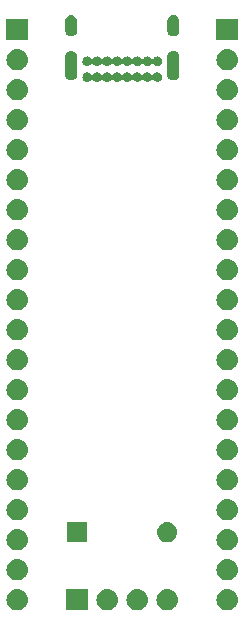
<source format=gbr>
G04 #@! TF.GenerationSoftware,KiCad,Pcbnew,5.1.2*
G04 #@! TF.CreationDate,2019-08-04T19:59:17+02:00*
G04 #@! TF.ProjectId,neutron-c,6e657574-726f-46e2-9d63-2e6b69636164,rev?*
G04 #@! TF.SameCoordinates,Original*
G04 #@! TF.FileFunction,Soldermask,Bot*
G04 #@! TF.FilePolarity,Negative*
%FSLAX46Y46*%
G04 Gerber Fmt 4.6, Leading zero omitted, Abs format (unit mm)*
G04 Created by KiCad (PCBNEW 5.1.2) date 2019-08-04 19:59:17*
%MOMM*%
%LPD*%
G04 APERTURE LIST*
%ADD10C,0.100000*%
G04 APERTURE END LIST*
D10*
G36*
X173621000Y-61861000D02*
G01*
X171819000Y-61861000D01*
X171819000Y-60059000D01*
X173621000Y-60059000D01*
X173621000Y-61861000D01*
X173621000Y-61861000D01*
G37*
G36*
X180450442Y-60065518D02*
G01*
X180516627Y-60072037D01*
X180686466Y-60123557D01*
X180842991Y-60207222D01*
X180878729Y-60236552D01*
X180980186Y-60319814D01*
X181063448Y-60421271D01*
X181092778Y-60457009D01*
X181176443Y-60613534D01*
X181227963Y-60783373D01*
X181245359Y-60960000D01*
X181227963Y-61136627D01*
X181176443Y-61306466D01*
X181092778Y-61462991D01*
X181063448Y-61498729D01*
X180980186Y-61600186D01*
X180878729Y-61683448D01*
X180842991Y-61712778D01*
X180686466Y-61796443D01*
X180516627Y-61847963D01*
X180450443Y-61854481D01*
X180384260Y-61861000D01*
X180295740Y-61861000D01*
X180229557Y-61854481D01*
X180163373Y-61847963D01*
X179993534Y-61796443D01*
X179837009Y-61712778D01*
X179801271Y-61683448D01*
X179699814Y-61600186D01*
X179616552Y-61498729D01*
X179587222Y-61462991D01*
X179503557Y-61306466D01*
X179452037Y-61136627D01*
X179434641Y-60960000D01*
X179452037Y-60783373D01*
X179503557Y-60613534D01*
X179587222Y-60457009D01*
X179616552Y-60421271D01*
X179699814Y-60319814D01*
X179801271Y-60236552D01*
X179837009Y-60207222D01*
X179993534Y-60123557D01*
X180163373Y-60072037D01*
X180229558Y-60065518D01*
X180295740Y-60059000D01*
X180384260Y-60059000D01*
X180450442Y-60065518D01*
X180450442Y-60065518D01*
G37*
G36*
X177910442Y-60065518D02*
G01*
X177976627Y-60072037D01*
X178146466Y-60123557D01*
X178302991Y-60207222D01*
X178338729Y-60236552D01*
X178440186Y-60319814D01*
X178523448Y-60421271D01*
X178552778Y-60457009D01*
X178636443Y-60613534D01*
X178687963Y-60783373D01*
X178705359Y-60960000D01*
X178687963Y-61136627D01*
X178636443Y-61306466D01*
X178552778Y-61462991D01*
X178523448Y-61498729D01*
X178440186Y-61600186D01*
X178338729Y-61683448D01*
X178302991Y-61712778D01*
X178146466Y-61796443D01*
X177976627Y-61847963D01*
X177910443Y-61854481D01*
X177844260Y-61861000D01*
X177755740Y-61861000D01*
X177689557Y-61854481D01*
X177623373Y-61847963D01*
X177453534Y-61796443D01*
X177297009Y-61712778D01*
X177261271Y-61683448D01*
X177159814Y-61600186D01*
X177076552Y-61498729D01*
X177047222Y-61462991D01*
X176963557Y-61306466D01*
X176912037Y-61136627D01*
X176894641Y-60960000D01*
X176912037Y-60783373D01*
X176963557Y-60613534D01*
X177047222Y-60457009D01*
X177076552Y-60421271D01*
X177159814Y-60319814D01*
X177261271Y-60236552D01*
X177297009Y-60207222D01*
X177453534Y-60123557D01*
X177623373Y-60072037D01*
X177689558Y-60065518D01*
X177755740Y-60059000D01*
X177844260Y-60059000D01*
X177910442Y-60065518D01*
X177910442Y-60065518D01*
G37*
G36*
X175370442Y-60065518D02*
G01*
X175436627Y-60072037D01*
X175606466Y-60123557D01*
X175762991Y-60207222D01*
X175798729Y-60236552D01*
X175900186Y-60319814D01*
X175983448Y-60421271D01*
X176012778Y-60457009D01*
X176096443Y-60613534D01*
X176147963Y-60783373D01*
X176165359Y-60960000D01*
X176147963Y-61136627D01*
X176096443Y-61306466D01*
X176012778Y-61462991D01*
X175983448Y-61498729D01*
X175900186Y-61600186D01*
X175798729Y-61683448D01*
X175762991Y-61712778D01*
X175606466Y-61796443D01*
X175436627Y-61847963D01*
X175370443Y-61854481D01*
X175304260Y-61861000D01*
X175215740Y-61861000D01*
X175149557Y-61854481D01*
X175083373Y-61847963D01*
X174913534Y-61796443D01*
X174757009Y-61712778D01*
X174721271Y-61683448D01*
X174619814Y-61600186D01*
X174536552Y-61498729D01*
X174507222Y-61462991D01*
X174423557Y-61306466D01*
X174372037Y-61136627D01*
X174354641Y-60960000D01*
X174372037Y-60783373D01*
X174423557Y-60613534D01*
X174507222Y-60457009D01*
X174536552Y-60421271D01*
X174619814Y-60319814D01*
X174721271Y-60236552D01*
X174757009Y-60207222D01*
X174913534Y-60123557D01*
X175083373Y-60072037D01*
X175149558Y-60065518D01*
X175215740Y-60059000D01*
X175304260Y-60059000D01*
X175370442Y-60065518D01*
X175370442Y-60065518D01*
G37*
G36*
X167750442Y-60065518D02*
G01*
X167816627Y-60072037D01*
X167986466Y-60123557D01*
X168142991Y-60207222D01*
X168178729Y-60236552D01*
X168280186Y-60319814D01*
X168363448Y-60421271D01*
X168392778Y-60457009D01*
X168476443Y-60613534D01*
X168527963Y-60783373D01*
X168545359Y-60960000D01*
X168527963Y-61136627D01*
X168476443Y-61306466D01*
X168392778Y-61462991D01*
X168363448Y-61498729D01*
X168280186Y-61600186D01*
X168178729Y-61683448D01*
X168142991Y-61712778D01*
X167986466Y-61796443D01*
X167816627Y-61847963D01*
X167750443Y-61854481D01*
X167684260Y-61861000D01*
X167595740Y-61861000D01*
X167529557Y-61854481D01*
X167463373Y-61847963D01*
X167293534Y-61796443D01*
X167137009Y-61712778D01*
X167101271Y-61683448D01*
X166999814Y-61600186D01*
X166916552Y-61498729D01*
X166887222Y-61462991D01*
X166803557Y-61306466D01*
X166752037Y-61136627D01*
X166734641Y-60960000D01*
X166752037Y-60783373D01*
X166803557Y-60613534D01*
X166887222Y-60457009D01*
X166916552Y-60421271D01*
X166999814Y-60319814D01*
X167101271Y-60236552D01*
X167137009Y-60207222D01*
X167293534Y-60123557D01*
X167463373Y-60072037D01*
X167529558Y-60065518D01*
X167595740Y-60059000D01*
X167684260Y-60059000D01*
X167750442Y-60065518D01*
X167750442Y-60065518D01*
G37*
G36*
X185530442Y-60065518D02*
G01*
X185596627Y-60072037D01*
X185766466Y-60123557D01*
X185922991Y-60207222D01*
X185958729Y-60236552D01*
X186060186Y-60319814D01*
X186143448Y-60421271D01*
X186172778Y-60457009D01*
X186256443Y-60613534D01*
X186307963Y-60783373D01*
X186325359Y-60960000D01*
X186307963Y-61136627D01*
X186256443Y-61306466D01*
X186172778Y-61462991D01*
X186143448Y-61498729D01*
X186060186Y-61600186D01*
X185958729Y-61683448D01*
X185922991Y-61712778D01*
X185766466Y-61796443D01*
X185596627Y-61847963D01*
X185530443Y-61854481D01*
X185464260Y-61861000D01*
X185375740Y-61861000D01*
X185309557Y-61854481D01*
X185243373Y-61847963D01*
X185073534Y-61796443D01*
X184917009Y-61712778D01*
X184881271Y-61683448D01*
X184779814Y-61600186D01*
X184696552Y-61498729D01*
X184667222Y-61462991D01*
X184583557Y-61306466D01*
X184532037Y-61136627D01*
X184514641Y-60960000D01*
X184532037Y-60783373D01*
X184583557Y-60613534D01*
X184667222Y-60457009D01*
X184696552Y-60421271D01*
X184779814Y-60319814D01*
X184881271Y-60236552D01*
X184917009Y-60207222D01*
X185073534Y-60123557D01*
X185243373Y-60072037D01*
X185309558Y-60065518D01*
X185375740Y-60059000D01*
X185464260Y-60059000D01*
X185530442Y-60065518D01*
X185530442Y-60065518D01*
G37*
G36*
X185530443Y-57525519D02*
G01*
X185596627Y-57532037D01*
X185766466Y-57583557D01*
X185922991Y-57667222D01*
X185958729Y-57696552D01*
X186060186Y-57779814D01*
X186143448Y-57881271D01*
X186172778Y-57917009D01*
X186256443Y-58073534D01*
X186307963Y-58243373D01*
X186325359Y-58420000D01*
X186307963Y-58596627D01*
X186256443Y-58766466D01*
X186172778Y-58922991D01*
X186143448Y-58958729D01*
X186060186Y-59060186D01*
X185958729Y-59143448D01*
X185922991Y-59172778D01*
X185766466Y-59256443D01*
X185596627Y-59307963D01*
X185530442Y-59314482D01*
X185464260Y-59321000D01*
X185375740Y-59321000D01*
X185309558Y-59314482D01*
X185243373Y-59307963D01*
X185073534Y-59256443D01*
X184917009Y-59172778D01*
X184881271Y-59143448D01*
X184779814Y-59060186D01*
X184696552Y-58958729D01*
X184667222Y-58922991D01*
X184583557Y-58766466D01*
X184532037Y-58596627D01*
X184514641Y-58420000D01*
X184532037Y-58243373D01*
X184583557Y-58073534D01*
X184667222Y-57917009D01*
X184696552Y-57881271D01*
X184779814Y-57779814D01*
X184881271Y-57696552D01*
X184917009Y-57667222D01*
X185073534Y-57583557D01*
X185243373Y-57532037D01*
X185309557Y-57525519D01*
X185375740Y-57519000D01*
X185464260Y-57519000D01*
X185530443Y-57525519D01*
X185530443Y-57525519D01*
G37*
G36*
X167750443Y-57525519D02*
G01*
X167816627Y-57532037D01*
X167986466Y-57583557D01*
X168142991Y-57667222D01*
X168178729Y-57696552D01*
X168280186Y-57779814D01*
X168363448Y-57881271D01*
X168392778Y-57917009D01*
X168476443Y-58073534D01*
X168527963Y-58243373D01*
X168545359Y-58420000D01*
X168527963Y-58596627D01*
X168476443Y-58766466D01*
X168392778Y-58922991D01*
X168363448Y-58958729D01*
X168280186Y-59060186D01*
X168178729Y-59143448D01*
X168142991Y-59172778D01*
X167986466Y-59256443D01*
X167816627Y-59307963D01*
X167750442Y-59314482D01*
X167684260Y-59321000D01*
X167595740Y-59321000D01*
X167529558Y-59314482D01*
X167463373Y-59307963D01*
X167293534Y-59256443D01*
X167137009Y-59172778D01*
X167101271Y-59143448D01*
X166999814Y-59060186D01*
X166916552Y-58958729D01*
X166887222Y-58922991D01*
X166803557Y-58766466D01*
X166752037Y-58596627D01*
X166734641Y-58420000D01*
X166752037Y-58243373D01*
X166803557Y-58073534D01*
X166887222Y-57917009D01*
X166916552Y-57881271D01*
X166999814Y-57779814D01*
X167101271Y-57696552D01*
X167137009Y-57667222D01*
X167293534Y-57583557D01*
X167463373Y-57532037D01*
X167529557Y-57525519D01*
X167595740Y-57519000D01*
X167684260Y-57519000D01*
X167750443Y-57525519D01*
X167750443Y-57525519D01*
G37*
G36*
X185530443Y-54985519D02*
G01*
X185596627Y-54992037D01*
X185766466Y-55043557D01*
X185922991Y-55127222D01*
X185958729Y-55156552D01*
X186060186Y-55239814D01*
X186143448Y-55341271D01*
X186172778Y-55377009D01*
X186256443Y-55533534D01*
X186307963Y-55703373D01*
X186325359Y-55880000D01*
X186307963Y-56056627D01*
X186256443Y-56226466D01*
X186172778Y-56382991D01*
X186143448Y-56418729D01*
X186060186Y-56520186D01*
X185958729Y-56603448D01*
X185922991Y-56632778D01*
X185766466Y-56716443D01*
X185596627Y-56767963D01*
X185530443Y-56774481D01*
X185464260Y-56781000D01*
X185375740Y-56781000D01*
X185309557Y-56774481D01*
X185243373Y-56767963D01*
X185073534Y-56716443D01*
X184917009Y-56632778D01*
X184881271Y-56603448D01*
X184779814Y-56520186D01*
X184696552Y-56418729D01*
X184667222Y-56382991D01*
X184583557Y-56226466D01*
X184532037Y-56056627D01*
X184514641Y-55880000D01*
X184532037Y-55703373D01*
X184583557Y-55533534D01*
X184667222Y-55377009D01*
X184696552Y-55341271D01*
X184779814Y-55239814D01*
X184881271Y-55156552D01*
X184917009Y-55127222D01*
X185073534Y-55043557D01*
X185243373Y-54992037D01*
X185309557Y-54985519D01*
X185375740Y-54979000D01*
X185464260Y-54979000D01*
X185530443Y-54985519D01*
X185530443Y-54985519D01*
G37*
G36*
X167750443Y-54985519D02*
G01*
X167816627Y-54992037D01*
X167986466Y-55043557D01*
X168142991Y-55127222D01*
X168178729Y-55156552D01*
X168280186Y-55239814D01*
X168363448Y-55341271D01*
X168392778Y-55377009D01*
X168476443Y-55533534D01*
X168527963Y-55703373D01*
X168545359Y-55880000D01*
X168527963Y-56056627D01*
X168476443Y-56226466D01*
X168392778Y-56382991D01*
X168363448Y-56418729D01*
X168280186Y-56520186D01*
X168178729Y-56603448D01*
X168142991Y-56632778D01*
X167986466Y-56716443D01*
X167816627Y-56767963D01*
X167750443Y-56774481D01*
X167684260Y-56781000D01*
X167595740Y-56781000D01*
X167529557Y-56774481D01*
X167463373Y-56767963D01*
X167293534Y-56716443D01*
X167137009Y-56632778D01*
X167101271Y-56603448D01*
X166999814Y-56520186D01*
X166916552Y-56418729D01*
X166887222Y-56382991D01*
X166803557Y-56226466D01*
X166752037Y-56056627D01*
X166734641Y-55880000D01*
X166752037Y-55703373D01*
X166803557Y-55533534D01*
X166887222Y-55377009D01*
X166916552Y-55341271D01*
X166999814Y-55239814D01*
X167101271Y-55156552D01*
X167137009Y-55127222D01*
X167293534Y-55043557D01*
X167463373Y-54992037D01*
X167529557Y-54985519D01*
X167595740Y-54979000D01*
X167684260Y-54979000D01*
X167750443Y-54985519D01*
X167750443Y-54985519D01*
G37*
G36*
X173571000Y-56096000D02*
G01*
X171869000Y-56096000D01*
X171869000Y-54394000D01*
X173571000Y-54394000D01*
X173571000Y-56096000D01*
X173571000Y-56096000D01*
G37*
G36*
X180506823Y-54406313D02*
G01*
X180667242Y-54454976D01*
X180799906Y-54525886D01*
X180815078Y-54533996D01*
X180944659Y-54640341D01*
X181051004Y-54769922D01*
X181051005Y-54769924D01*
X181130024Y-54917758D01*
X181178687Y-55078177D01*
X181195117Y-55245000D01*
X181178687Y-55411823D01*
X181130024Y-55572242D01*
X181059933Y-55703373D01*
X181051004Y-55720078D01*
X180944659Y-55849659D01*
X180815078Y-55956004D01*
X180815076Y-55956005D01*
X180667242Y-56035024D01*
X180506823Y-56083687D01*
X180381804Y-56096000D01*
X180298196Y-56096000D01*
X180173177Y-56083687D01*
X180012758Y-56035024D01*
X179864924Y-55956005D01*
X179864922Y-55956004D01*
X179735341Y-55849659D01*
X179628996Y-55720078D01*
X179620067Y-55703373D01*
X179549976Y-55572242D01*
X179501313Y-55411823D01*
X179484883Y-55245000D01*
X179501313Y-55078177D01*
X179549976Y-54917758D01*
X179628995Y-54769924D01*
X179628996Y-54769922D01*
X179735341Y-54640341D01*
X179864922Y-54533996D01*
X179880094Y-54525886D01*
X180012758Y-54454976D01*
X180173177Y-54406313D01*
X180298196Y-54394000D01*
X180381804Y-54394000D01*
X180506823Y-54406313D01*
X180506823Y-54406313D01*
G37*
G36*
X185530443Y-52445519D02*
G01*
X185596627Y-52452037D01*
X185766466Y-52503557D01*
X185922991Y-52587222D01*
X185958729Y-52616552D01*
X186060186Y-52699814D01*
X186143448Y-52801271D01*
X186172778Y-52837009D01*
X186256443Y-52993534D01*
X186307963Y-53163373D01*
X186325359Y-53340000D01*
X186307963Y-53516627D01*
X186256443Y-53686466D01*
X186172778Y-53842991D01*
X186143448Y-53878729D01*
X186060186Y-53980186D01*
X185958729Y-54063448D01*
X185922991Y-54092778D01*
X185766466Y-54176443D01*
X185596627Y-54227963D01*
X185530442Y-54234482D01*
X185464260Y-54241000D01*
X185375740Y-54241000D01*
X185309558Y-54234482D01*
X185243373Y-54227963D01*
X185073534Y-54176443D01*
X184917009Y-54092778D01*
X184881271Y-54063448D01*
X184779814Y-53980186D01*
X184696552Y-53878729D01*
X184667222Y-53842991D01*
X184583557Y-53686466D01*
X184532037Y-53516627D01*
X184514641Y-53340000D01*
X184532037Y-53163373D01*
X184583557Y-52993534D01*
X184667222Y-52837009D01*
X184696552Y-52801271D01*
X184779814Y-52699814D01*
X184881271Y-52616552D01*
X184917009Y-52587222D01*
X185073534Y-52503557D01*
X185243373Y-52452037D01*
X185309558Y-52445518D01*
X185375740Y-52439000D01*
X185464260Y-52439000D01*
X185530443Y-52445519D01*
X185530443Y-52445519D01*
G37*
G36*
X167750443Y-52445519D02*
G01*
X167816627Y-52452037D01*
X167986466Y-52503557D01*
X168142991Y-52587222D01*
X168178729Y-52616552D01*
X168280186Y-52699814D01*
X168363448Y-52801271D01*
X168392778Y-52837009D01*
X168476443Y-52993534D01*
X168527963Y-53163373D01*
X168545359Y-53340000D01*
X168527963Y-53516627D01*
X168476443Y-53686466D01*
X168392778Y-53842991D01*
X168363448Y-53878729D01*
X168280186Y-53980186D01*
X168178729Y-54063448D01*
X168142991Y-54092778D01*
X167986466Y-54176443D01*
X167816627Y-54227963D01*
X167750442Y-54234482D01*
X167684260Y-54241000D01*
X167595740Y-54241000D01*
X167529558Y-54234482D01*
X167463373Y-54227963D01*
X167293534Y-54176443D01*
X167137009Y-54092778D01*
X167101271Y-54063448D01*
X166999814Y-53980186D01*
X166916552Y-53878729D01*
X166887222Y-53842991D01*
X166803557Y-53686466D01*
X166752037Y-53516627D01*
X166734641Y-53340000D01*
X166752037Y-53163373D01*
X166803557Y-52993534D01*
X166887222Y-52837009D01*
X166916552Y-52801271D01*
X166999814Y-52699814D01*
X167101271Y-52616552D01*
X167137009Y-52587222D01*
X167293534Y-52503557D01*
X167463373Y-52452037D01*
X167529558Y-52445518D01*
X167595740Y-52439000D01*
X167684260Y-52439000D01*
X167750443Y-52445519D01*
X167750443Y-52445519D01*
G37*
G36*
X167750442Y-49905518D02*
G01*
X167816627Y-49912037D01*
X167986466Y-49963557D01*
X168142991Y-50047222D01*
X168178729Y-50076552D01*
X168280186Y-50159814D01*
X168363448Y-50261271D01*
X168392778Y-50297009D01*
X168476443Y-50453534D01*
X168527963Y-50623373D01*
X168545359Y-50800000D01*
X168527963Y-50976627D01*
X168476443Y-51146466D01*
X168392778Y-51302991D01*
X168363448Y-51338729D01*
X168280186Y-51440186D01*
X168178729Y-51523448D01*
X168142991Y-51552778D01*
X167986466Y-51636443D01*
X167816627Y-51687963D01*
X167750442Y-51694482D01*
X167684260Y-51701000D01*
X167595740Y-51701000D01*
X167529558Y-51694482D01*
X167463373Y-51687963D01*
X167293534Y-51636443D01*
X167137009Y-51552778D01*
X167101271Y-51523448D01*
X166999814Y-51440186D01*
X166916552Y-51338729D01*
X166887222Y-51302991D01*
X166803557Y-51146466D01*
X166752037Y-50976627D01*
X166734641Y-50800000D01*
X166752037Y-50623373D01*
X166803557Y-50453534D01*
X166887222Y-50297009D01*
X166916552Y-50261271D01*
X166999814Y-50159814D01*
X167101271Y-50076552D01*
X167137009Y-50047222D01*
X167293534Y-49963557D01*
X167463373Y-49912037D01*
X167529557Y-49905519D01*
X167595740Y-49899000D01*
X167684260Y-49899000D01*
X167750442Y-49905518D01*
X167750442Y-49905518D01*
G37*
G36*
X185530442Y-49905518D02*
G01*
X185596627Y-49912037D01*
X185766466Y-49963557D01*
X185922991Y-50047222D01*
X185958729Y-50076552D01*
X186060186Y-50159814D01*
X186143448Y-50261271D01*
X186172778Y-50297009D01*
X186256443Y-50453534D01*
X186307963Y-50623373D01*
X186325359Y-50800000D01*
X186307963Y-50976627D01*
X186256443Y-51146466D01*
X186172778Y-51302991D01*
X186143448Y-51338729D01*
X186060186Y-51440186D01*
X185958729Y-51523448D01*
X185922991Y-51552778D01*
X185766466Y-51636443D01*
X185596627Y-51687963D01*
X185530442Y-51694482D01*
X185464260Y-51701000D01*
X185375740Y-51701000D01*
X185309558Y-51694482D01*
X185243373Y-51687963D01*
X185073534Y-51636443D01*
X184917009Y-51552778D01*
X184881271Y-51523448D01*
X184779814Y-51440186D01*
X184696552Y-51338729D01*
X184667222Y-51302991D01*
X184583557Y-51146466D01*
X184532037Y-50976627D01*
X184514641Y-50800000D01*
X184532037Y-50623373D01*
X184583557Y-50453534D01*
X184667222Y-50297009D01*
X184696552Y-50261271D01*
X184779814Y-50159814D01*
X184881271Y-50076552D01*
X184917009Y-50047222D01*
X185073534Y-49963557D01*
X185243373Y-49912037D01*
X185309557Y-49905519D01*
X185375740Y-49899000D01*
X185464260Y-49899000D01*
X185530442Y-49905518D01*
X185530442Y-49905518D01*
G37*
G36*
X167750443Y-47365519D02*
G01*
X167816627Y-47372037D01*
X167986466Y-47423557D01*
X168142991Y-47507222D01*
X168178729Y-47536552D01*
X168280186Y-47619814D01*
X168363448Y-47721271D01*
X168392778Y-47757009D01*
X168476443Y-47913534D01*
X168527963Y-48083373D01*
X168545359Y-48260000D01*
X168527963Y-48436627D01*
X168476443Y-48606466D01*
X168392778Y-48762991D01*
X168363448Y-48798729D01*
X168280186Y-48900186D01*
X168178729Y-48983448D01*
X168142991Y-49012778D01*
X167986466Y-49096443D01*
X167816627Y-49147963D01*
X167750443Y-49154481D01*
X167684260Y-49161000D01*
X167595740Y-49161000D01*
X167529557Y-49154481D01*
X167463373Y-49147963D01*
X167293534Y-49096443D01*
X167137009Y-49012778D01*
X167101271Y-48983448D01*
X166999814Y-48900186D01*
X166916552Y-48798729D01*
X166887222Y-48762991D01*
X166803557Y-48606466D01*
X166752037Y-48436627D01*
X166734641Y-48260000D01*
X166752037Y-48083373D01*
X166803557Y-47913534D01*
X166887222Y-47757009D01*
X166916552Y-47721271D01*
X166999814Y-47619814D01*
X167101271Y-47536552D01*
X167137009Y-47507222D01*
X167293534Y-47423557D01*
X167463373Y-47372037D01*
X167529557Y-47365519D01*
X167595740Y-47359000D01*
X167684260Y-47359000D01*
X167750443Y-47365519D01*
X167750443Y-47365519D01*
G37*
G36*
X185530443Y-47365519D02*
G01*
X185596627Y-47372037D01*
X185766466Y-47423557D01*
X185922991Y-47507222D01*
X185958729Y-47536552D01*
X186060186Y-47619814D01*
X186143448Y-47721271D01*
X186172778Y-47757009D01*
X186256443Y-47913534D01*
X186307963Y-48083373D01*
X186325359Y-48260000D01*
X186307963Y-48436627D01*
X186256443Y-48606466D01*
X186172778Y-48762991D01*
X186143448Y-48798729D01*
X186060186Y-48900186D01*
X185958729Y-48983448D01*
X185922991Y-49012778D01*
X185766466Y-49096443D01*
X185596627Y-49147963D01*
X185530443Y-49154481D01*
X185464260Y-49161000D01*
X185375740Y-49161000D01*
X185309557Y-49154481D01*
X185243373Y-49147963D01*
X185073534Y-49096443D01*
X184917009Y-49012778D01*
X184881271Y-48983448D01*
X184779814Y-48900186D01*
X184696552Y-48798729D01*
X184667222Y-48762991D01*
X184583557Y-48606466D01*
X184532037Y-48436627D01*
X184514641Y-48260000D01*
X184532037Y-48083373D01*
X184583557Y-47913534D01*
X184667222Y-47757009D01*
X184696552Y-47721271D01*
X184779814Y-47619814D01*
X184881271Y-47536552D01*
X184917009Y-47507222D01*
X185073534Y-47423557D01*
X185243373Y-47372037D01*
X185309557Y-47365519D01*
X185375740Y-47359000D01*
X185464260Y-47359000D01*
X185530443Y-47365519D01*
X185530443Y-47365519D01*
G37*
G36*
X185530442Y-44825518D02*
G01*
X185596627Y-44832037D01*
X185766466Y-44883557D01*
X185922991Y-44967222D01*
X185958729Y-44996552D01*
X186060186Y-45079814D01*
X186143448Y-45181271D01*
X186172778Y-45217009D01*
X186256443Y-45373534D01*
X186307963Y-45543373D01*
X186325359Y-45720000D01*
X186307963Y-45896627D01*
X186256443Y-46066466D01*
X186172778Y-46222991D01*
X186143448Y-46258729D01*
X186060186Y-46360186D01*
X185958729Y-46443448D01*
X185922991Y-46472778D01*
X185766466Y-46556443D01*
X185596627Y-46607963D01*
X185530443Y-46614481D01*
X185464260Y-46621000D01*
X185375740Y-46621000D01*
X185309558Y-46614482D01*
X185243373Y-46607963D01*
X185073534Y-46556443D01*
X184917009Y-46472778D01*
X184881271Y-46443448D01*
X184779814Y-46360186D01*
X184696552Y-46258729D01*
X184667222Y-46222991D01*
X184583557Y-46066466D01*
X184532037Y-45896627D01*
X184514641Y-45720000D01*
X184532037Y-45543373D01*
X184583557Y-45373534D01*
X184667222Y-45217009D01*
X184696552Y-45181271D01*
X184779814Y-45079814D01*
X184881271Y-44996552D01*
X184917009Y-44967222D01*
X185073534Y-44883557D01*
X185243373Y-44832037D01*
X185309558Y-44825518D01*
X185375740Y-44819000D01*
X185464260Y-44819000D01*
X185530442Y-44825518D01*
X185530442Y-44825518D01*
G37*
G36*
X167750442Y-44825518D02*
G01*
X167816627Y-44832037D01*
X167986466Y-44883557D01*
X168142991Y-44967222D01*
X168178729Y-44996552D01*
X168280186Y-45079814D01*
X168363448Y-45181271D01*
X168392778Y-45217009D01*
X168476443Y-45373534D01*
X168527963Y-45543373D01*
X168545359Y-45720000D01*
X168527963Y-45896627D01*
X168476443Y-46066466D01*
X168392778Y-46222991D01*
X168363448Y-46258729D01*
X168280186Y-46360186D01*
X168178729Y-46443448D01*
X168142991Y-46472778D01*
X167986466Y-46556443D01*
X167816627Y-46607963D01*
X167750443Y-46614481D01*
X167684260Y-46621000D01*
X167595740Y-46621000D01*
X167529558Y-46614482D01*
X167463373Y-46607963D01*
X167293534Y-46556443D01*
X167137009Y-46472778D01*
X167101271Y-46443448D01*
X166999814Y-46360186D01*
X166916552Y-46258729D01*
X166887222Y-46222991D01*
X166803557Y-46066466D01*
X166752037Y-45896627D01*
X166734641Y-45720000D01*
X166752037Y-45543373D01*
X166803557Y-45373534D01*
X166887222Y-45217009D01*
X166916552Y-45181271D01*
X166999814Y-45079814D01*
X167101271Y-44996552D01*
X167137009Y-44967222D01*
X167293534Y-44883557D01*
X167463373Y-44832037D01*
X167529558Y-44825518D01*
X167595740Y-44819000D01*
X167684260Y-44819000D01*
X167750442Y-44825518D01*
X167750442Y-44825518D01*
G37*
G36*
X167750442Y-42285518D02*
G01*
X167816627Y-42292037D01*
X167986466Y-42343557D01*
X168142991Y-42427222D01*
X168178729Y-42456552D01*
X168280186Y-42539814D01*
X168363448Y-42641271D01*
X168392778Y-42677009D01*
X168476443Y-42833534D01*
X168527963Y-43003373D01*
X168545359Y-43180000D01*
X168527963Y-43356627D01*
X168476443Y-43526466D01*
X168392778Y-43682991D01*
X168363448Y-43718729D01*
X168280186Y-43820186D01*
X168178729Y-43903448D01*
X168142991Y-43932778D01*
X167986466Y-44016443D01*
X167816627Y-44067963D01*
X167750443Y-44074481D01*
X167684260Y-44081000D01*
X167595740Y-44081000D01*
X167529557Y-44074481D01*
X167463373Y-44067963D01*
X167293534Y-44016443D01*
X167137009Y-43932778D01*
X167101271Y-43903448D01*
X166999814Y-43820186D01*
X166916552Y-43718729D01*
X166887222Y-43682991D01*
X166803557Y-43526466D01*
X166752037Y-43356627D01*
X166734641Y-43180000D01*
X166752037Y-43003373D01*
X166803557Y-42833534D01*
X166887222Y-42677009D01*
X166916552Y-42641271D01*
X166999814Y-42539814D01*
X167101271Y-42456552D01*
X167137009Y-42427222D01*
X167293534Y-42343557D01*
X167463373Y-42292037D01*
X167529557Y-42285519D01*
X167595740Y-42279000D01*
X167684260Y-42279000D01*
X167750442Y-42285518D01*
X167750442Y-42285518D01*
G37*
G36*
X185530442Y-42285518D02*
G01*
X185596627Y-42292037D01*
X185766466Y-42343557D01*
X185922991Y-42427222D01*
X185958729Y-42456552D01*
X186060186Y-42539814D01*
X186143448Y-42641271D01*
X186172778Y-42677009D01*
X186256443Y-42833534D01*
X186307963Y-43003373D01*
X186325359Y-43180000D01*
X186307963Y-43356627D01*
X186256443Y-43526466D01*
X186172778Y-43682991D01*
X186143448Y-43718729D01*
X186060186Y-43820186D01*
X185958729Y-43903448D01*
X185922991Y-43932778D01*
X185766466Y-44016443D01*
X185596627Y-44067963D01*
X185530443Y-44074481D01*
X185464260Y-44081000D01*
X185375740Y-44081000D01*
X185309557Y-44074481D01*
X185243373Y-44067963D01*
X185073534Y-44016443D01*
X184917009Y-43932778D01*
X184881271Y-43903448D01*
X184779814Y-43820186D01*
X184696552Y-43718729D01*
X184667222Y-43682991D01*
X184583557Y-43526466D01*
X184532037Y-43356627D01*
X184514641Y-43180000D01*
X184532037Y-43003373D01*
X184583557Y-42833534D01*
X184667222Y-42677009D01*
X184696552Y-42641271D01*
X184779814Y-42539814D01*
X184881271Y-42456552D01*
X184917009Y-42427222D01*
X185073534Y-42343557D01*
X185243373Y-42292037D01*
X185309557Y-42285519D01*
X185375740Y-42279000D01*
X185464260Y-42279000D01*
X185530442Y-42285518D01*
X185530442Y-42285518D01*
G37*
G36*
X167750442Y-39745518D02*
G01*
X167816627Y-39752037D01*
X167986466Y-39803557D01*
X168142991Y-39887222D01*
X168178729Y-39916552D01*
X168280186Y-39999814D01*
X168363448Y-40101271D01*
X168392778Y-40137009D01*
X168476443Y-40293534D01*
X168527963Y-40463373D01*
X168545359Y-40640000D01*
X168527963Y-40816627D01*
X168476443Y-40986466D01*
X168392778Y-41142991D01*
X168363448Y-41178729D01*
X168280186Y-41280186D01*
X168178729Y-41363448D01*
X168142991Y-41392778D01*
X167986466Y-41476443D01*
X167816627Y-41527963D01*
X167750442Y-41534482D01*
X167684260Y-41541000D01*
X167595740Y-41541000D01*
X167529558Y-41534482D01*
X167463373Y-41527963D01*
X167293534Y-41476443D01*
X167137009Y-41392778D01*
X167101271Y-41363448D01*
X166999814Y-41280186D01*
X166916552Y-41178729D01*
X166887222Y-41142991D01*
X166803557Y-40986466D01*
X166752037Y-40816627D01*
X166734641Y-40640000D01*
X166752037Y-40463373D01*
X166803557Y-40293534D01*
X166887222Y-40137009D01*
X166916552Y-40101271D01*
X166999814Y-39999814D01*
X167101271Y-39916552D01*
X167137009Y-39887222D01*
X167293534Y-39803557D01*
X167463373Y-39752037D01*
X167529557Y-39745519D01*
X167595740Y-39739000D01*
X167684260Y-39739000D01*
X167750442Y-39745518D01*
X167750442Y-39745518D01*
G37*
G36*
X185530442Y-39745518D02*
G01*
X185596627Y-39752037D01*
X185766466Y-39803557D01*
X185922991Y-39887222D01*
X185958729Y-39916552D01*
X186060186Y-39999814D01*
X186143448Y-40101271D01*
X186172778Y-40137009D01*
X186256443Y-40293534D01*
X186307963Y-40463373D01*
X186325359Y-40640000D01*
X186307963Y-40816627D01*
X186256443Y-40986466D01*
X186172778Y-41142991D01*
X186143448Y-41178729D01*
X186060186Y-41280186D01*
X185958729Y-41363448D01*
X185922991Y-41392778D01*
X185766466Y-41476443D01*
X185596627Y-41527963D01*
X185530442Y-41534482D01*
X185464260Y-41541000D01*
X185375740Y-41541000D01*
X185309558Y-41534482D01*
X185243373Y-41527963D01*
X185073534Y-41476443D01*
X184917009Y-41392778D01*
X184881271Y-41363448D01*
X184779814Y-41280186D01*
X184696552Y-41178729D01*
X184667222Y-41142991D01*
X184583557Y-40986466D01*
X184532037Y-40816627D01*
X184514641Y-40640000D01*
X184532037Y-40463373D01*
X184583557Y-40293534D01*
X184667222Y-40137009D01*
X184696552Y-40101271D01*
X184779814Y-39999814D01*
X184881271Y-39916552D01*
X184917009Y-39887222D01*
X185073534Y-39803557D01*
X185243373Y-39752037D01*
X185309557Y-39745519D01*
X185375740Y-39739000D01*
X185464260Y-39739000D01*
X185530442Y-39745518D01*
X185530442Y-39745518D01*
G37*
G36*
X167750442Y-37205518D02*
G01*
X167816627Y-37212037D01*
X167986466Y-37263557D01*
X168142991Y-37347222D01*
X168178729Y-37376552D01*
X168280186Y-37459814D01*
X168363448Y-37561271D01*
X168392778Y-37597009D01*
X168476443Y-37753534D01*
X168527963Y-37923373D01*
X168545359Y-38100000D01*
X168527963Y-38276627D01*
X168476443Y-38446466D01*
X168392778Y-38602991D01*
X168363448Y-38638729D01*
X168280186Y-38740186D01*
X168178729Y-38823448D01*
X168142991Y-38852778D01*
X167986466Y-38936443D01*
X167816627Y-38987963D01*
X167750443Y-38994481D01*
X167684260Y-39001000D01*
X167595740Y-39001000D01*
X167529557Y-38994481D01*
X167463373Y-38987963D01*
X167293534Y-38936443D01*
X167137009Y-38852778D01*
X167101271Y-38823448D01*
X166999814Y-38740186D01*
X166916552Y-38638729D01*
X166887222Y-38602991D01*
X166803557Y-38446466D01*
X166752037Y-38276627D01*
X166734641Y-38100000D01*
X166752037Y-37923373D01*
X166803557Y-37753534D01*
X166887222Y-37597009D01*
X166916552Y-37561271D01*
X166999814Y-37459814D01*
X167101271Y-37376552D01*
X167137009Y-37347222D01*
X167293534Y-37263557D01*
X167463373Y-37212037D01*
X167529558Y-37205518D01*
X167595740Y-37199000D01*
X167684260Y-37199000D01*
X167750442Y-37205518D01*
X167750442Y-37205518D01*
G37*
G36*
X185530442Y-37205518D02*
G01*
X185596627Y-37212037D01*
X185766466Y-37263557D01*
X185922991Y-37347222D01*
X185958729Y-37376552D01*
X186060186Y-37459814D01*
X186143448Y-37561271D01*
X186172778Y-37597009D01*
X186256443Y-37753534D01*
X186307963Y-37923373D01*
X186325359Y-38100000D01*
X186307963Y-38276627D01*
X186256443Y-38446466D01*
X186172778Y-38602991D01*
X186143448Y-38638729D01*
X186060186Y-38740186D01*
X185958729Y-38823448D01*
X185922991Y-38852778D01*
X185766466Y-38936443D01*
X185596627Y-38987963D01*
X185530443Y-38994481D01*
X185464260Y-39001000D01*
X185375740Y-39001000D01*
X185309557Y-38994481D01*
X185243373Y-38987963D01*
X185073534Y-38936443D01*
X184917009Y-38852778D01*
X184881271Y-38823448D01*
X184779814Y-38740186D01*
X184696552Y-38638729D01*
X184667222Y-38602991D01*
X184583557Y-38446466D01*
X184532037Y-38276627D01*
X184514641Y-38100000D01*
X184532037Y-37923373D01*
X184583557Y-37753534D01*
X184667222Y-37597009D01*
X184696552Y-37561271D01*
X184779814Y-37459814D01*
X184881271Y-37376552D01*
X184917009Y-37347222D01*
X185073534Y-37263557D01*
X185243373Y-37212037D01*
X185309558Y-37205518D01*
X185375740Y-37199000D01*
X185464260Y-37199000D01*
X185530442Y-37205518D01*
X185530442Y-37205518D01*
G37*
G36*
X167750443Y-34665519D02*
G01*
X167816627Y-34672037D01*
X167986466Y-34723557D01*
X168142991Y-34807222D01*
X168178729Y-34836552D01*
X168280186Y-34919814D01*
X168363448Y-35021271D01*
X168392778Y-35057009D01*
X168476443Y-35213534D01*
X168527963Y-35383373D01*
X168545359Y-35560000D01*
X168527963Y-35736627D01*
X168476443Y-35906466D01*
X168392778Y-36062991D01*
X168363448Y-36098729D01*
X168280186Y-36200186D01*
X168178729Y-36283448D01*
X168142991Y-36312778D01*
X167986466Y-36396443D01*
X167816627Y-36447963D01*
X167750443Y-36454481D01*
X167684260Y-36461000D01*
X167595740Y-36461000D01*
X167529558Y-36454482D01*
X167463373Y-36447963D01*
X167293534Y-36396443D01*
X167137009Y-36312778D01*
X167101271Y-36283448D01*
X166999814Y-36200186D01*
X166916552Y-36098729D01*
X166887222Y-36062991D01*
X166803557Y-35906466D01*
X166752037Y-35736627D01*
X166734641Y-35560000D01*
X166752037Y-35383373D01*
X166803557Y-35213534D01*
X166887222Y-35057009D01*
X166916552Y-35021271D01*
X166999814Y-34919814D01*
X167101271Y-34836552D01*
X167137009Y-34807222D01*
X167293534Y-34723557D01*
X167463373Y-34672037D01*
X167529557Y-34665519D01*
X167595740Y-34659000D01*
X167684260Y-34659000D01*
X167750443Y-34665519D01*
X167750443Y-34665519D01*
G37*
G36*
X185530443Y-34665519D02*
G01*
X185596627Y-34672037D01*
X185766466Y-34723557D01*
X185922991Y-34807222D01*
X185958729Y-34836552D01*
X186060186Y-34919814D01*
X186143448Y-35021271D01*
X186172778Y-35057009D01*
X186256443Y-35213534D01*
X186307963Y-35383373D01*
X186325359Y-35560000D01*
X186307963Y-35736627D01*
X186256443Y-35906466D01*
X186172778Y-36062991D01*
X186143448Y-36098729D01*
X186060186Y-36200186D01*
X185958729Y-36283448D01*
X185922991Y-36312778D01*
X185766466Y-36396443D01*
X185596627Y-36447963D01*
X185530443Y-36454481D01*
X185464260Y-36461000D01*
X185375740Y-36461000D01*
X185309558Y-36454482D01*
X185243373Y-36447963D01*
X185073534Y-36396443D01*
X184917009Y-36312778D01*
X184881271Y-36283448D01*
X184779814Y-36200186D01*
X184696552Y-36098729D01*
X184667222Y-36062991D01*
X184583557Y-35906466D01*
X184532037Y-35736627D01*
X184514641Y-35560000D01*
X184532037Y-35383373D01*
X184583557Y-35213534D01*
X184667222Y-35057009D01*
X184696552Y-35021271D01*
X184779814Y-34919814D01*
X184881271Y-34836552D01*
X184917009Y-34807222D01*
X185073534Y-34723557D01*
X185243373Y-34672037D01*
X185309558Y-34665518D01*
X185375740Y-34659000D01*
X185464260Y-34659000D01*
X185530443Y-34665519D01*
X185530443Y-34665519D01*
G37*
G36*
X167750443Y-32125519D02*
G01*
X167816627Y-32132037D01*
X167986466Y-32183557D01*
X168142991Y-32267222D01*
X168178729Y-32296552D01*
X168280186Y-32379814D01*
X168363448Y-32481271D01*
X168392778Y-32517009D01*
X168476443Y-32673534D01*
X168527963Y-32843373D01*
X168545359Y-33020000D01*
X168527963Y-33196627D01*
X168476443Y-33366466D01*
X168392778Y-33522991D01*
X168363448Y-33558729D01*
X168280186Y-33660186D01*
X168178729Y-33743448D01*
X168142991Y-33772778D01*
X167986466Y-33856443D01*
X167816627Y-33907963D01*
X167750443Y-33914481D01*
X167684260Y-33921000D01*
X167595740Y-33921000D01*
X167529557Y-33914481D01*
X167463373Y-33907963D01*
X167293534Y-33856443D01*
X167137009Y-33772778D01*
X167101271Y-33743448D01*
X166999814Y-33660186D01*
X166916552Y-33558729D01*
X166887222Y-33522991D01*
X166803557Y-33366466D01*
X166752037Y-33196627D01*
X166734641Y-33020000D01*
X166752037Y-32843373D01*
X166803557Y-32673534D01*
X166887222Y-32517009D01*
X166916552Y-32481271D01*
X166999814Y-32379814D01*
X167101271Y-32296552D01*
X167137009Y-32267222D01*
X167293534Y-32183557D01*
X167463373Y-32132037D01*
X167529557Y-32125519D01*
X167595740Y-32119000D01*
X167684260Y-32119000D01*
X167750443Y-32125519D01*
X167750443Y-32125519D01*
G37*
G36*
X185530443Y-32125519D02*
G01*
X185596627Y-32132037D01*
X185766466Y-32183557D01*
X185922991Y-32267222D01*
X185958729Y-32296552D01*
X186060186Y-32379814D01*
X186143448Y-32481271D01*
X186172778Y-32517009D01*
X186256443Y-32673534D01*
X186307963Y-32843373D01*
X186325359Y-33020000D01*
X186307963Y-33196627D01*
X186256443Y-33366466D01*
X186172778Y-33522991D01*
X186143448Y-33558729D01*
X186060186Y-33660186D01*
X185958729Y-33743448D01*
X185922991Y-33772778D01*
X185766466Y-33856443D01*
X185596627Y-33907963D01*
X185530443Y-33914481D01*
X185464260Y-33921000D01*
X185375740Y-33921000D01*
X185309557Y-33914481D01*
X185243373Y-33907963D01*
X185073534Y-33856443D01*
X184917009Y-33772778D01*
X184881271Y-33743448D01*
X184779814Y-33660186D01*
X184696552Y-33558729D01*
X184667222Y-33522991D01*
X184583557Y-33366466D01*
X184532037Y-33196627D01*
X184514641Y-33020000D01*
X184532037Y-32843373D01*
X184583557Y-32673534D01*
X184667222Y-32517009D01*
X184696552Y-32481271D01*
X184779814Y-32379814D01*
X184881271Y-32296552D01*
X184917009Y-32267222D01*
X185073534Y-32183557D01*
X185243373Y-32132037D01*
X185309557Y-32125519D01*
X185375740Y-32119000D01*
X185464260Y-32119000D01*
X185530443Y-32125519D01*
X185530443Y-32125519D01*
G37*
G36*
X167750443Y-29585519D02*
G01*
X167816627Y-29592037D01*
X167986466Y-29643557D01*
X168142991Y-29727222D01*
X168178729Y-29756552D01*
X168280186Y-29839814D01*
X168363448Y-29941271D01*
X168392778Y-29977009D01*
X168476443Y-30133534D01*
X168527963Y-30303373D01*
X168545359Y-30480000D01*
X168527963Y-30656627D01*
X168476443Y-30826466D01*
X168392778Y-30982991D01*
X168363448Y-31018729D01*
X168280186Y-31120186D01*
X168178729Y-31203448D01*
X168142991Y-31232778D01*
X167986466Y-31316443D01*
X167816627Y-31367963D01*
X167750443Y-31374481D01*
X167684260Y-31381000D01*
X167595740Y-31381000D01*
X167529557Y-31374481D01*
X167463373Y-31367963D01*
X167293534Y-31316443D01*
X167137009Y-31232778D01*
X167101271Y-31203448D01*
X166999814Y-31120186D01*
X166916552Y-31018729D01*
X166887222Y-30982991D01*
X166803557Y-30826466D01*
X166752037Y-30656627D01*
X166734641Y-30480000D01*
X166752037Y-30303373D01*
X166803557Y-30133534D01*
X166887222Y-29977009D01*
X166916552Y-29941271D01*
X166999814Y-29839814D01*
X167101271Y-29756552D01*
X167137009Y-29727222D01*
X167293534Y-29643557D01*
X167463373Y-29592037D01*
X167529557Y-29585519D01*
X167595740Y-29579000D01*
X167684260Y-29579000D01*
X167750443Y-29585519D01*
X167750443Y-29585519D01*
G37*
G36*
X185530443Y-29585519D02*
G01*
X185596627Y-29592037D01*
X185766466Y-29643557D01*
X185922991Y-29727222D01*
X185958729Y-29756552D01*
X186060186Y-29839814D01*
X186143448Y-29941271D01*
X186172778Y-29977009D01*
X186256443Y-30133534D01*
X186307963Y-30303373D01*
X186325359Y-30480000D01*
X186307963Y-30656627D01*
X186256443Y-30826466D01*
X186172778Y-30982991D01*
X186143448Y-31018729D01*
X186060186Y-31120186D01*
X185958729Y-31203448D01*
X185922991Y-31232778D01*
X185766466Y-31316443D01*
X185596627Y-31367963D01*
X185530443Y-31374481D01*
X185464260Y-31381000D01*
X185375740Y-31381000D01*
X185309557Y-31374481D01*
X185243373Y-31367963D01*
X185073534Y-31316443D01*
X184917009Y-31232778D01*
X184881271Y-31203448D01*
X184779814Y-31120186D01*
X184696552Y-31018729D01*
X184667222Y-30982991D01*
X184583557Y-30826466D01*
X184532037Y-30656627D01*
X184514641Y-30480000D01*
X184532037Y-30303373D01*
X184583557Y-30133534D01*
X184667222Y-29977009D01*
X184696552Y-29941271D01*
X184779814Y-29839814D01*
X184881271Y-29756552D01*
X184917009Y-29727222D01*
X185073534Y-29643557D01*
X185243373Y-29592037D01*
X185309557Y-29585519D01*
X185375740Y-29579000D01*
X185464260Y-29579000D01*
X185530443Y-29585519D01*
X185530443Y-29585519D01*
G37*
G36*
X167750443Y-27045519D02*
G01*
X167816627Y-27052037D01*
X167986466Y-27103557D01*
X168142991Y-27187222D01*
X168178729Y-27216552D01*
X168280186Y-27299814D01*
X168363448Y-27401271D01*
X168392778Y-27437009D01*
X168476443Y-27593534D01*
X168527963Y-27763373D01*
X168545359Y-27940000D01*
X168527963Y-28116627D01*
X168476443Y-28286466D01*
X168392778Y-28442991D01*
X168363448Y-28478729D01*
X168280186Y-28580186D01*
X168178729Y-28663448D01*
X168142991Y-28692778D01*
X167986466Y-28776443D01*
X167816627Y-28827963D01*
X167750442Y-28834482D01*
X167684260Y-28841000D01*
X167595740Y-28841000D01*
X167529558Y-28834482D01*
X167463373Y-28827963D01*
X167293534Y-28776443D01*
X167137009Y-28692778D01*
X167101271Y-28663448D01*
X166999814Y-28580186D01*
X166916552Y-28478729D01*
X166887222Y-28442991D01*
X166803557Y-28286466D01*
X166752037Y-28116627D01*
X166734641Y-27940000D01*
X166752037Y-27763373D01*
X166803557Y-27593534D01*
X166887222Y-27437009D01*
X166916552Y-27401271D01*
X166999814Y-27299814D01*
X167101271Y-27216552D01*
X167137009Y-27187222D01*
X167293534Y-27103557D01*
X167463373Y-27052037D01*
X167529557Y-27045519D01*
X167595740Y-27039000D01*
X167684260Y-27039000D01*
X167750443Y-27045519D01*
X167750443Y-27045519D01*
G37*
G36*
X185530443Y-27045519D02*
G01*
X185596627Y-27052037D01*
X185766466Y-27103557D01*
X185922991Y-27187222D01*
X185958729Y-27216552D01*
X186060186Y-27299814D01*
X186143448Y-27401271D01*
X186172778Y-27437009D01*
X186256443Y-27593534D01*
X186307963Y-27763373D01*
X186325359Y-27940000D01*
X186307963Y-28116627D01*
X186256443Y-28286466D01*
X186172778Y-28442991D01*
X186143448Y-28478729D01*
X186060186Y-28580186D01*
X185958729Y-28663448D01*
X185922991Y-28692778D01*
X185766466Y-28776443D01*
X185596627Y-28827963D01*
X185530442Y-28834482D01*
X185464260Y-28841000D01*
X185375740Y-28841000D01*
X185309558Y-28834482D01*
X185243373Y-28827963D01*
X185073534Y-28776443D01*
X184917009Y-28692778D01*
X184881271Y-28663448D01*
X184779814Y-28580186D01*
X184696552Y-28478729D01*
X184667222Y-28442991D01*
X184583557Y-28286466D01*
X184532037Y-28116627D01*
X184514641Y-27940000D01*
X184532037Y-27763373D01*
X184583557Y-27593534D01*
X184667222Y-27437009D01*
X184696552Y-27401271D01*
X184779814Y-27299814D01*
X184881271Y-27216552D01*
X184917009Y-27187222D01*
X185073534Y-27103557D01*
X185243373Y-27052037D01*
X185309557Y-27045519D01*
X185375740Y-27039000D01*
X185464260Y-27039000D01*
X185530443Y-27045519D01*
X185530443Y-27045519D01*
G37*
G36*
X167750442Y-24505518D02*
G01*
X167816627Y-24512037D01*
X167986466Y-24563557D01*
X168142991Y-24647222D01*
X168178729Y-24676552D01*
X168280186Y-24759814D01*
X168363448Y-24861271D01*
X168392778Y-24897009D01*
X168476443Y-25053534D01*
X168527963Y-25223373D01*
X168545359Y-25400000D01*
X168527963Y-25576627D01*
X168476443Y-25746466D01*
X168392778Y-25902991D01*
X168363448Y-25938729D01*
X168280186Y-26040186D01*
X168178729Y-26123448D01*
X168142991Y-26152778D01*
X167986466Y-26236443D01*
X167816627Y-26287963D01*
X167750443Y-26294481D01*
X167684260Y-26301000D01*
X167595740Y-26301000D01*
X167529557Y-26294481D01*
X167463373Y-26287963D01*
X167293534Y-26236443D01*
X167137009Y-26152778D01*
X167101271Y-26123448D01*
X166999814Y-26040186D01*
X166916552Y-25938729D01*
X166887222Y-25902991D01*
X166803557Y-25746466D01*
X166752037Y-25576627D01*
X166734641Y-25400000D01*
X166752037Y-25223373D01*
X166803557Y-25053534D01*
X166887222Y-24897009D01*
X166916552Y-24861271D01*
X166999814Y-24759814D01*
X167101271Y-24676552D01*
X167137009Y-24647222D01*
X167293534Y-24563557D01*
X167463373Y-24512037D01*
X167529557Y-24505519D01*
X167595740Y-24499000D01*
X167684260Y-24499000D01*
X167750442Y-24505518D01*
X167750442Y-24505518D01*
G37*
G36*
X185530442Y-24505518D02*
G01*
X185596627Y-24512037D01*
X185766466Y-24563557D01*
X185922991Y-24647222D01*
X185958729Y-24676552D01*
X186060186Y-24759814D01*
X186143448Y-24861271D01*
X186172778Y-24897009D01*
X186256443Y-25053534D01*
X186307963Y-25223373D01*
X186325359Y-25400000D01*
X186307963Y-25576627D01*
X186256443Y-25746466D01*
X186172778Y-25902991D01*
X186143448Y-25938729D01*
X186060186Y-26040186D01*
X185958729Y-26123448D01*
X185922991Y-26152778D01*
X185766466Y-26236443D01*
X185596627Y-26287963D01*
X185530443Y-26294481D01*
X185464260Y-26301000D01*
X185375740Y-26301000D01*
X185309557Y-26294481D01*
X185243373Y-26287963D01*
X185073534Y-26236443D01*
X184917009Y-26152778D01*
X184881271Y-26123448D01*
X184779814Y-26040186D01*
X184696552Y-25938729D01*
X184667222Y-25902991D01*
X184583557Y-25746466D01*
X184532037Y-25576627D01*
X184514641Y-25400000D01*
X184532037Y-25223373D01*
X184583557Y-25053534D01*
X184667222Y-24897009D01*
X184696552Y-24861271D01*
X184779814Y-24759814D01*
X184881271Y-24676552D01*
X184917009Y-24647222D01*
X185073534Y-24563557D01*
X185243373Y-24512037D01*
X185309557Y-24505519D01*
X185375740Y-24499000D01*
X185464260Y-24499000D01*
X185530442Y-24505518D01*
X185530442Y-24505518D01*
G37*
G36*
X167750443Y-21965519D02*
G01*
X167816627Y-21972037D01*
X167986466Y-22023557D01*
X168142991Y-22107222D01*
X168178729Y-22136552D01*
X168280186Y-22219814D01*
X168363448Y-22321271D01*
X168392778Y-22357009D01*
X168476443Y-22513534D01*
X168527963Y-22683373D01*
X168545359Y-22860000D01*
X168527963Y-23036627D01*
X168476443Y-23206466D01*
X168392778Y-23362991D01*
X168363448Y-23398729D01*
X168280186Y-23500186D01*
X168178729Y-23583448D01*
X168142991Y-23612778D01*
X167986466Y-23696443D01*
X167816627Y-23747963D01*
X167750442Y-23754482D01*
X167684260Y-23761000D01*
X167595740Y-23761000D01*
X167529558Y-23754482D01*
X167463373Y-23747963D01*
X167293534Y-23696443D01*
X167137009Y-23612778D01*
X167101271Y-23583448D01*
X166999814Y-23500186D01*
X166916552Y-23398729D01*
X166887222Y-23362991D01*
X166803557Y-23206466D01*
X166752037Y-23036627D01*
X166734641Y-22860000D01*
X166752037Y-22683373D01*
X166803557Y-22513534D01*
X166887222Y-22357009D01*
X166916552Y-22321271D01*
X166999814Y-22219814D01*
X167101271Y-22136552D01*
X167137009Y-22107222D01*
X167293534Y-22023557D01*
X167463373Y-21972037D01*
X167529557Y-21965519D01*
X167595740Y-21959000D01*
X167684260Y-21959000D01*
X167750443Y-21965519D01*
X167750443Y-21965519D01*
G37*
G36*
X185530443Y-21965519D02*
G01*
X185596627Y-21972037D01*
X185766466Y-22023557D01*
X185922991Y-22107222D01*
X185958729Y-22136552D01*
X186060186Y-22219814D01*
X186143448Y-22321271D01*
X186172778Y-22357009D01*
X186256443Y-22513534D01*
X186307963Y-22683373D01*
X186325359Y-22860000D01*
X186307963Y-23036627D01*
X186256443Y-23206466D01*
X186172778Y-23362991D01*
X186143448Y-23398729D01*
X186060186Y-23500186D01*
X185958729Y-23583448D01*
X185922991Y-23612778D01*
X185766466Y-23696443D01*
X185596627Y-23747963D01*
X185530442Y-23754482D01*
X185464260Y-23761000D01*
X185375740Y-23761000D01*
X185309558Y-23754482D01*
X185243373Y-23747963D01*
X185073534Y-23696443D01*
X184917009Y-23612778D01*
X184881271Y-23583448D01*
X184779814Y-23500186D01*
X184696552Y-23398729D01*
X184667222Y-23362991D01*
X184583557Y-23206466D01*
X184532037Y-23036627D01*
X184514641Y-22860000D01*
X184532037Y-22683373D01*
X184583557Y-22513534D01*
X184667222Y-22357009D01*
X184696552Y-22321271D01*
X184779814Y-22219814D01*
X184881271Y-22136552D01*
X184917009Y-22107222D01*
X185073534Y-22023557D01*
X185243373Y-21972037D01*
X185309557Y-21965519D01*
X185375740Y-21959000D01*
X185464260Y-21959000D01*
X185530443Y-21965519D01*
X185530443Y-21965519D01*
G37*
G36*
X167750443Y-19425519D02*
G01*
X167816627Y-19432037D01*
X167986466Y-19483557D01*
X168142991Y-19567222D01*
X168178729Y-19596552D01*
X168280186Y-19679814D01*
X168363448Y-19781271D01*
X168392778Y-19817009D01*
X168476443Y-19973534D01*
X168527963Y-20143373D01*
X168545359Y-20320000D01*
X168527963Y-20496627D01*
X168476443Y-20666466D01*
X168392778Y-20822991D01*
X168363448Y-20858729D01*
X168280186Y-20960186D01*
X168178729Y-21043448D01*
X168142991Y-21072778D01*
X167986466Y-21156443D01*
X167816627Y-21207963D01*
X167750442Y-21214482D01*
X167684260Y-21221000D01*
X167595740Y-21221000D01*
X167529558Y-21214482D01*
X167463373Y-21207963D01*
X167293534Y-21156443D01*
X167137009Y-21072778D01*
X167101271Y-21043448D01*
X166999814Y-20960186D01*
X166916552Y-20858729D01*
X166887222Y-20822991D01*
X166803557Y-20666466D01*
X166752037Y-20496627D01*
X166734641Y-20320000D01*
X166752037Y-20143373D01*
X166803557Y-19973534D01*
X166887222Y-19817009D01*
X166916552Y-19781271D01*
X166999814Y-19679814D01*
X167101271Y-19596552D01*
X167137009Y-19567222D01*
X167293534Y-19483557D01*
X167463373Y-19432037D01*
X167529558Y-19425518D01*
X167595740Y-19419000D01*
X167684260Y-19419000D01*
X167750443Y-19425519D01*
X167750443Y-19425519D01*
G37*
G36*
X185530443Y-19425519D02*
G01*
X185596627Y-19432037D01*
X185766466Y-19483557D01*
X185922991Y-19567222D01*
X185958729Y-19596552D01*
X186060186Y-19679814D01*
X186143448Y-19781271D01*
X186172778Y-19817009D01*
X186256443Y-19973534D01*
X186307963Y-20143373D01*
X186325359Y-20320000D01*
X186307963Y-20496627D01*
X186256443Y-20666466D01*
X186172778Y-20822991D01*
X186143448Y-20858729D01*
X186060186Y-20960186D01*
X185958729Y-21043448D01*
X185922991Y-21072778D01*
X185766466Y-21156443D01*
X185596627Y-21207963D01*
X185530442Y-21214482D01*
X185464260Y-21221000D01*
X185375740Y-21221000D01*
X185309558Y-21214482D01*
X185243373Y-21207963D01*
X185073534Y-21156443D01*
X184917009Y-21072778D01*
X184881271Y-21043448D01*
X184779814Y-20960186D01*
X184696552Y-20858729D01*
X184667222Y-20822991D01*
X184583557Y-20666466D01*
X184532037Y-20496627D01*
X184514641Y-20320000D01*
X184532037Y-20143373D01*
X184583557Y-19973534D01*
X184667222Y-19817009D01*
X184696552Y-19781271D01*
X184779814Y-19679814D01*
X184881271Y-19596552D01*
X184917009Y-19567222D01*
X185073534Y-19483557D01*
X185243373Y-19432037D01*
X185309558Y-19425518D01*
X185375740Y-19419000D01*
X185464260Y-19419000D01*
X185530443Y-19425519D01*
X185530443Y-19425519D01*
G37*
G36*
X185530443Y-16885519D02*
G01*
X185596627Y-16892037D01*
X185766466Y-16943557D01*
X185766468Y-16943558D01*
X185823276Y-16973923D01*
X185922991Y-17027222D01*
X185957887Y-17055861D01*
X186060186Y-17139814D01*
X186143448Y-17241271D01*
X186172778Y-17277009D01*
X186256443Y-17433534D01*
X186307963Y-17603373D01*
X186325359Y-17780000D01*
X186307963Y-17956627D01*
X186256443Y-18126466D01*
X186172778Y-18282991D01*
X186143448Y-18318729D01*
X186060186Y-18420186D01*
X185958729Y-18503448D01*
X185922991Y-18532778D01*
X185766466Y-18616443D01*
X185596627Y-18667963D01*
X185530443Y-18674481D01*
X185464260Y-18681000D01*
X185375740Y-18681000D01*
X185309557Y-18674481D01*
X185243373Y-18667963D01*
X185073534Y-18616443D01*
X184917009Y-18532778D01*
X184881271Y-18503448D01*
X184779814Y-18420186D01*
X184696552Y-18318729D01*
X184667222Y-18282991D01*
X184583557Y-18126466D01*
X184532037Y-17956627D01*
X184514641Y-17780000D01*
X184532037Y-17603373D01*
X184583557Y-17433534D01*
X184667222Y-17277009D01*
X184696552Y-17241271D01*
X184779814Y-17139814D01*
X184882113Y-17055861D01*
X184917009Y-17027222D01*
X185016724Y-16973923D01*
X185073532Y-16943558D01*
X185073534Y-16943557D01*
X185243373Y-16892037D01*
X185309557Y-16885519D01*
X185375740Y-16879000D01*
X185464260Y-16879000D01*
X185530443Y-16885519D01*
X185530443Y-16885519D01*
G37*
G36*
X167750443Y-16885519D02*
G01*
X167816627Y-16892037D01*
X167986466Y-16943557D01*
X167986468Y-16943558D01*
X168043276Y-16973923D01*
X168142991Y-17027222D01*
X168177887Y-17055861D01*
X168280186Y-17139814D01*
X168363448Y-17241271D01*
X168392778Y-17277009D01*
X168476443Y-17433534D01*
X168527963Y-17603373D01*
X168545359Y-17780000D01*
X168527963Y-17956627D01*
X168476443Y-18126466D01*
X168392778Y-18282991D01*
X168363448Y-18318729D01*
X168280186Y-18420186D01*
X168178729Y-18503448D01*
X168142991Y-18532778D01*
X167986466Y-18616443D01*
X167816627Y-18667963D01*
X167750443Y-18674481D01*
X167684260Y-18681000D01*
X167595740Y-18681000D01*
X167529557Y-18674481D01*
X167463373Y-18667963D01*
X167293534Y-18616443D01*
X167137009Y-18532778D01*
X167101271Y-18503448D01*
X166999814Y-18420186D01*
X166916552Y-18318729D01*
X166887222Y-18282991D01*
X166803557Y-18126466D01*
X166752037Y-17956627D01*
X166734641Y-17780000D01*
X166752037Y-17603373D01*
X166803557Y-17433534D01*
X166887222Y-17277009D01*
X166916552Y-17241271D01*
X166999814Y-17139814D01*
X167102113Y-17055861D01*
X167137009Y-17027222D01*
X167236724Y-16973923D01*
X167293532Y-16943558D01*
X167293534Y-16943557D01*
X167463373Y-16892037D01*
X167529557Y-16885519D01*
X167595740Y-16879000D01*
X167684260Y-16879000D01*
X167750443Y-16885519D01*
X167750443Y-16885519D01*
G37*
G36*
X173642731Y-16307205D02*
G01*
X173681467Y-16314910D01*
X173711695Y-16327431D01*
X173754444Y-16345138D01*
X173820122Y-16389023D01*
X173875978Y-16444879D01*
X173885567Y-16459230D01*
X173901113Y-16478172D01*
X173920055Y-16493717D01*
X173941665Y-16505268D01*
X173965114Y-16512381D01*
X173989501Y-16514783D01*
X174013887Y-16512381D01*
X174037336Y-16505268D01*
X174058946Y-16493717D01*
X174077888Y-16478171D01*
X174093433Y-16459230D01*
X174103022Y-16444879D01*
X174158878Y-16389023D01*
X174224556Y-16345138D01*
X174267305Y-16327431D01*
X174297533Y-16314910D01*
X174336269Y-16307205D01*
X174375004Y-16299500D01*
X174453996Y-16299500D01*
X174492731Y-16307205D01*
X174531467Y-16314910D01*
X174561695Y-16327431D01*
X174604444Y-16345138D01*
X174670122Y-16389023D01*
X174725978Y-16444879D01*
X174735567Y-16459230D01*
X174751113Y-16478172D01*
X174770055Y-16493717D01*
X174791665Y-16505268D01*
X174815114Y-16512381D01*
X174839501Y-16514783D01*
X174863887Y-16512381D01*
X174887336Y-16505268D01*
X174908946Y-16493717D01*
X174927888Y-16478171D01*
X174943433Y-16459230D01*
X174953022Y-16444879D01*
X175008878Y-16389023D01*
X175074556Y-16345138D01*
X175117305Y-16327431D01*
X175147533Y-16314910D01*
X175186269Y-16307205D01*
X175225004Y-16299500D01*
X175303996Y-16299500D01*
X175342731Y-16307205D01*
X175381467Y-16314910D01*
X175411695Y-16327431D01*
X175454444Y-16345138D01*
X175520122Y-16389023D01*
X175575978Y-16444879D01*
X175585567Y-16459230D01*
X175601113Y-16478172D01*
X175620055Y-16493717D01*
X175641665Y-16505268D01*
X175665114Y-16512381D01*
X175689501Y-16514783D01*
X175713887Y-16512381D01*
X175737336Y-16505268D01*
X175758946Y-16493717D01*
X175777888Y-16478171D01*
X175793433Y-16459230D01*
X175803022Y-16444879D01*
X175858878Y-16389023D01*
X175924556Y-16345138D01*
X175967305Y-16327431D01*
X175997533Y-16314910D01*
X176036269Y-16307205D01*
X176075004Y-16299500D01*
X176153996Y-16299500D01*
X176192731Y-16307205D01*
X176231467Y-16314910D01*
X176261695Y-16327431D01*
X176304444Y-16345138D01*
X176370122Y-16389023D01*
X176425978Y-16444879D01*
X176435567Y-16459230D01*
X176451113Y-16478172D01*
X176470055Y-16493717D01*
X176491665Y-16505268D01*
X176515114Y-16512381D01*
X176539501Y-16514783D01*
X176563887Y-16512381D01*
X176587336Y-16505268D01*
X176608946Y-16493717D01*
X176627888Y-16478171D01*
X176643433Y-16459230D01*
X176653022Y-16444879D01*
X176708878Y-16389023D01*
X176774556Y-16345138D01*
X176817305Y-16327431D01*
X176847533Y-16314910D01*
X176886269Y-16307205D01*
X176925004Y-16299500D01*
X177003996Y-16299500D01*
X177042731Y-16307205D01*
X177081467Y-16314910D01*
X177111695Y-16327431D01*
X177154444Y-16345138D01*
X177220122Y-16389023D01*
X177275978Y-16444879D01*
X177285567Y-16459230D01*
X177301113Y-16478172D01*
X177320055Y-16493717D01*
X177341665Y-16505268D01*
X177365114Y-16512381D01*
X177389501Y-16514783D01*
X177413887Y-16512381D01*
X177437336Y-16505268D01*
X177458946Y-16493717D01*
X177477888Y-16478171D01*
X177493433Y-16459230D01*
X177503022Y-16444879D01*
X177558878Y-16389023D01*
X177624556Y-16345138D01*
X177667305Y-16327431D01*
X177697533Y-16314910D01*
X177736269Y-16307205D01*
X177775004Y-16299500D01*
X177853996Y-16299500D01*
X177892731Y-16307205D01*
X177931467Y-16314910D01*
X177961695Y-16327431D01*
X178004444Y-16345138D01*
X178070122Y-16389023D01*
X178125978Y-16444879D01*
X178135567Y-16459230D01*
X178151113Y-16478172D01*
X178170055Y-16493717D01*
X178191665Y-16505268D01*
X178215114Y-16512381D01*
X178239501Y-16514783D01*
X178263887Y-16512381D01*
X178287336Y-16505268D01*
X178308946Y-16493717D01*
X178327888Y-16478171D01*
X178343433Y-16459230D01*
X178353022Y-16444879D01*
X178408878Y-16389023D01*
X178474556Y-16345138D01*
X178517305Y-16327431D01*
X178547533Y-16314910D01*
X178586269Y-16307205D01*
X178625004Y-16299500D01*
X178703996Y-16299500D01*
X178742731Y-16307205D01*
X178781467Y-16314910D01*
X178811695Y-16327431D01*
X178854444Y-16345138D01*
X178920122Y-16389023D01*
X178975978Y-16444879D01*
X178985567Y-16459230D01*
X179001113Y-16478172D01*
X179020055Y-16493717D01*
X179041665Y-16505268D01*
X179065114Y-16512381D01*
X179089501Y-16514783D01*
X179113887Y-16512381D01*
X179137336Y-16505268D01*
X179158946Y-16493717D01*
X179177888Y-16478171D01*
X179193433Y-16459230D01*
X179203022Y-16444879D01*
X179258878Y-16389023D01*
X179324556Y-16345138D01*
X179367305Y-16327431D01*
X179397533Y-16314910D01*
X179436269Y-16307205D01*
X179475004Y-16299500D01*
X179553996Y-16299500D01*
X179592731Y-16307205D01*
X179631467Y-16314910D01*
X179661695Y-16327431D01*
X179704444Y-16345138D01*
X179770122Y-16389023D01*
X179825977Y-16444878D01*
X179869862Y-16510556D01*
X179887569Y-16553305D01*
X179900090Y-16583533D01*
X179915500Y-16661005D01*
X179915500Y-16739995D01*
X179900090Y-16817467D01*
X179887569Y-16847695D01*
X179869862Y-16890444D01*
X179825977Y-16956122D01*
X179770122Y-17011977D01*
X179704444Y-17055862D01*
X179661695Y-17073569D01*
X179631467Y-17086090D01*
X179592731Y-17093795D01*
X179553996Y-17101500D01*
X179475004Y-17101500D01*
X179436269Y-17093795D01*
X179397533Y-17086090D01*
X179367305Y-17073569D01*
X179324556Y-17055862D01*
X179258878Y-17011977D01*
X179203022Y-16956121D01*
X179193433Y-16941770D01*
X179177887Y-16922828D01*
X179158945Y-16907283D01*
X179137335Y-16895732D01*
X179113886Y-16888619D01*
X179089499Y-16886217D01*
X179065113Y-16888619D01*
X179041664Y-16895732D01*
X179020054Y-16907283D01*
X179001112Y-16922829D01*
X178985567Y-16941770D01*
X178975978Y-16956121D01*
X178920122Y-17011977D01*
X178854444Y-17055862D01*
X178811695Y-17073569D01*
X178781467Y-17086090D01*
X178742731Y-17093795D01*
X178703996Y-17101500D01*
X178625004Y-17101500D01*
X178586269Y-17093795D01*
X178547533Y-17086090D01*
X178517305Y-17073569D01*
X178474556Y-17055862D01*
X178408878Y-17011977D01*
X178353022Y-16956121D01*
X178343433Y-16941770D01*
X178327887Y-16922828D01*
X178308945Y-16907283D01*
X178287335Y-16895732D01*
X178263886Y-16888619D01*
X178239499Y-16886217D01*
X178215113Y-16888619D01*
X178191664Y-16895732D01*
X178170054Y-16907283D01*
X178151112Y-16922829D01*
X178135567Y-16941770D01*
X178125978Y-16956121D01*
X178070122Y-17011977D01*
X178004444Y-17055862D01*
X177961695Y-17073569D01*
X177931467Y-17086090D01*
X177892731Y-17093795D01*
X177853996Y-17101500D01*
X177775004Y-17101500D01*
X177736269Y-17093795D01*
X177697533Y-17086090D01*
X177667305Y-17073569D01*
X177624556Y-17055862D01*
X177558878Y-17011977D01*
X177503022Y-16956121D01*
X177493433Y-16941770D01*
X177477887Y-16922828D01*
X177458945Y-16907283D01*
X177437335Y-16895732D01*
X177413886Y-16888619D01*
X177389499Y-16886217D01*
X177365113Y-16888619D01*
X177341664Y-16895732D01*
X177320054Y-16907283D01*
X177301112Y-16922829D01*
X177285567Y-16941770D01*
X177275978Y-16956121D01*
X177220122Y-17011977D01*
X177154444Y-17055862D01*
X177111695Y-17073569D01*
X177081467Y-17086090D01*
X177042731Y-17093795D01*
X177003996Y-17101500D01*
X176925004Y-17101500D01*
X176886269Y-17093795D01*
X176847533Y-17086090D01*
X176817305Y-17073569D01*
X176774556Y-17055862D01*
X176708878Y-17011977D01*
X176653022Y-16956121D01*
X176643433Y-16941770D01*
X176627887Y-16922828D01*
X176608945Y-16907283D01*
X176587335Y-16895732D01*
X176563886Y-16888619D01*
X176539499Y-16886217D01*
X176515113Y-16888619D01*
X176491664Y-16895732D01*
X176470054Y-16907283D01*
X176451112Y-16922829D01*
X176435567Y-16941770D01*
X176425978Y-16956121D01*
X176370122Y-17011977D01*
X176304444Y-17055862D01*
X176261695Y-17073569D01*
X176231467Y-17086090D01*
X176192731Y-17093795D01*
X176153996Y-17101500D01*
X176075004Y-17101500D01*
X176036269Y-17093795D01*
X175997533Y-17086090D01*
X175967305Y-17073569D01*
X175924556Y-17055862D01*
X175858878Y-17011977D01*
X175803022Y-16956121D01*
X175793433Y-16941770D01*
X175777887Y-16922828D01*
X175758945Y-16907283D01*
X175737335Y-16895732D01*
X175713886Y-16888619D01*
X175689499Y-16886217D01*
X175665113Y-16888619D01*
X175641664Y-16895732D01*
X175620054Y-16907283D01*
X175601112Y-16922829D01*
X175585567Y-16941770D01*
X175575978Y-16956121D01*
X175520122Y-17011977D01*
X175454444Y-17055862D01*
X175411695Y-17073569D01*
X175381467Y-17086090D01*
X175342731Y-17093795D01*
X175303996Y-17101500D01*
X175225004Y-17101500D01*
X175186269Y-17093795D01*
X175147533Y-17086090D01*
X175117305Y-17073569D01*
X175074556Y-17055862D01*
X175008878Y-17011977D01*
X174953022Y-16956121D01*
X174943433Y-16941770D01*
X174927887Y-16922828D01*
X174908945Y-16907283D01*
X174887335Y-16895732D01*
X174863886Y-16888619D01*
X174839499Y-16886217D01*
X174815113Y-16888619D01*
X174791664Y-16895732D01*
X174770054Y-16907283D01*
X174751112Y-16922829D01*
X174735567Y-16941770D01*
X174725978Y-16956121D01*
X174670122Y-17011977D01*
X174604444Y-17055862D01*
X174561695Y-17073569D01*
X174531467Y-17086090D01*
X174492731Y-17093795D01*
X174453996Y-17101500D01*
X174375004Y-17101500D01*
X174336269Y-17093795D01*
X174297533Y-17086090D01*
X174267305Y-17073569D01*
X174224556Y-17055862D01*
X174158878Y-17011977D01*
X174103022Y-16956121D01*
X174093433Y-16941770D01*
X174077887Y-16922828D01*
X174058945Y-16907283D01*
X174037335Y-16895732D01*
X174013886Y-16888619D01*
X173989499Y-16886217D01*
X173965113Y-16888619D01*
X173941664Y-16895732D01*
X173920054Y-16907283D01*
X173901112Y-16922829D01*
X173885567Y-16941770D01*
X173875978Y-16956121D01*
X173820122Y-17011977D01*
X173754444Y-17055862D01*
X173711695Y-17073569D01*
X173681467Y-17086090D01*
X173642731Y-17093795D01*
X173603996Y-17101500D01*
X173525004Y-17101500D01*
X173486269Y-17093795D01*
X173447533Y-17086090D01*
X173417305Y-17073569D01*
X173374556Y-17055862D01*
X173308878Y-17011977D01*
X173253023Y-16956122D01*
X173209138Y-16890444D01*
X173191431Y-16847695D01*
X173178910Y-16817467D01*
X173163500Y-16739995D01*
X173163500Y-16661005D01*
X173178910Y-16583533D01*
X173191431Y-16553305D01*
X173209138Y-16510556D01*
X173253023Y-16444878D01*
X173308878Y-16389023D01*
X173374556Y-16345138D01*
X173417305Y-16327431D01*
X173447533Y-16314910D01*
X173486269Y-16307205D01*
X173525004Y-16299500D01*
X173603996Y-16299500D01*
X173642731Y-16307205D01*
X173642731Y-16307205D01*
G37*
G36*
X180962713Y-14476749D02*
G01*
X181057152Y-14505397D01*
X181144187Y-14551918D01*
X181220475Y-14614525D01*
X181283082Y-14690813D01*
X181329603Y-14777848D01*
X181358251Y-14872287D01*
X181365500Y-14945888D01*
X181365500Y-16495112D01*
X181358251Y-16568713D01*
X181329603Y-16663152D01*
X181283082Y-16750187D01*
X181220475Y-16826475D01*
X181144187Y-16889082D01*
X181057151Y-16935603D01*
X180962712Y-16964251D01*
X180864500Y-16973924D01*
X180766287Y-16964251D01*
X180671848Y-16935603D01*
X180584813Y-16889082D01*
X180508525Y-16826475D01*
X180445918Y-16750187D01*
X180399397Y-16663151D01*
X180370749Y-16568712D01*
X180363500Y-16495111D01*
X180363501Y-14945888D01*
X180370750Y-14872287D01*
X180399398Y-14777848D01*
X180445919Y-14690813D01*
X180508526Y-14614525D01*
X180584814Y-14551918D01*
X180671849Y-14505397D01*
X180766288Y-14476749D01*
X180864500Y-14467076D01*
X180962713Y-14476749D01*
X180962713Y-14476749D01*
G37*
G36*
X172312713Y-14476749D02*
G01*
X172407152Y-14505397D01*
X172494187Y-14551918D01*
X172570475Y-14614525D01*
X172633082Y-14690813D01*
X172679603Y-14777848D01*
X172708251Y-14872287D01*
X172715500Y-14945888D01*
X172715500Y-16495112D01*
X172708251Y-16568713D01*
X172679603Y-16663152D01*
X172633082Y-16750187D01*
X172570475Y-16826475D01*
X172494187Y-16889082D01*
X172407151Y-16935603D01*
X172312712Y-16964251D01*
X172214500Y-16973924D01*
X172116287Y-16964251D01*
X172021848Y-16935603D01*
X171934813Y-16889082D01*
X171858525Y-16826475D01*
X171795918Y-16750187D01*
X171749397Y-16663151D01*
X171720749Y-16568712D01*
X171713500Y-16495111D01*
X171713501Y-14945888D01*
X171720750Y-14872287D01*
X171749398Y-14777848D01*
X171795919Y-14690813D01*
X171858526Y-14614525D01*
X171934814Y-14551918D01*
X172021849Y-14505397D01*
X172116288Y-14476749D01*
X172214500Y-14467076D01*
X172312713Y-14476749D01*
X172312713Y-14476749D01*
G37*
G36*
X185530443Y-14345519D02*
G01*
X185596627Y-14352037D01*
X185766466Y-14403557D01*
X185922991Y-14487222D01*
X185945137Y-14505397D01*
X186060186Y-14599814D01*
X186134863Y-14690810D01*
X186172778Y-14737009D01*
X186256443Y-14893534D01*
X186307963Y-15063373D01*
X186325359Y-15240000D01*
X186307963Y-15416627D01*
X186256443Y-15586466D01*
X186172778Y-15742991D01*
X186143448Y-15778729D01*
X186060186Y-15880186D01*
X185958729Y-15963448D01*
X185922991Y-15992778D01*
X185766466Y-16076443D01*
X185596627Y-16127963D01*
X185530442Y-16134482D01*
X185464260Y-16141000D01*
X185375740Y-16141000D01*
X185309557Y-16134481D01*
X185243373Y-16127963D01*
X185073534Y-16076443D01*
X184917009Y-15992778D01*
X184881271Y-15963448D01*
X184779814Y-15880186D01*
X184696552Y-15778729D01*
X184667222Y-15742991D01*
X184583557Y-15586466D01*
X184532037Y-15416627D01*
X184514641Y-15240000D01*
X184532037Y-15063373D01*
X184583557Y-14893534D01*
X184667222Y-14737009D01*
X184705137Y-14690810D01*
X184779814Y-14599814D01*
X184894863Y-14505397D01*
X184917009Y-14487222D01*
X185073534Y-14403557D01*
X185243373Y-14352037D01*
X185309557Y-14345519D01*
X185375740Y-14339000D01*
X185464260Y-14339000D01*
X185530443Y-14345519D01*
X185530443Y-14345519D01*
G37*
G36*
X167750443Y-14345519D02*
G01*
X167816627Y-14352037D01*
X167986466Y-14403557D01*
X168142991Y-14487222D01*
X168165137Y-14505397D01*
X168280186Y-14599814D01*
X168354863Y-14690810D01*
X168392778Y-14737009D01*
X168476443Y-14893534D01*
X168527963Y-15063373D01*
X168545359Y-15240000D01*
X168527963Y-15416627D01*
X168476443Y-15586466D01*
X168392778Y-15742991D01*
X168363448Y-15778729D01*
X168280186Y-15880186D01*
X168178729Y-15963448D01*
X168142991Y-15992778D01*
X167986466Y-16076443D01*
X167816627Y-16127963D01*
X167750442Y-16134482D01*
X167684260Y-16141000D01*
X167595740Y-16141000D01*
X167529557Y-16134481D01*
X167463373Y-16127963D01*
X167293534Y-16076443D01*
X167137009Y-15992778D01*
X167101271Y-15963448D01*
X166999814Y-15880186D01*
X166916552Y-15778729D01*
X166887222Y-15742991D01*
X166803557Y-15586466D01*
X166752037Y-15416627D01*
X166734641Y-15240000D01*
X166752037Y-15063373D01*
X166803557Y-14893534D01*
X166887222Y-14737009D01*
X166925137Y-14690810D01*
X166999814Y-14599814D01*
X167114863Y-14505397D01*
X167137009Y-14487222D01*
X167293534Y-14403557D01*
X167463373Y-14352037D01*
X167529557Y-14345519D01*
X167595740Y-14339000D01*
X167684260Y-14339000D01*
X167750443Y-14345519D01*
X167750443Y-14345519D01*
G37*
G36*
X173642731Y-14957205D02*
G01*
X173681467Y-14964910D01*
X173711695Y-14977431D01*
X173754444Y-14995138D01*
X173820122Y-15039023D01*
X173875978Y-15094879D01*
X173885567Y-15109230D01*
X173901113Y-15128172D01*
X173920055Y-15143717D01*
X173941665Y-15155268D01*
X173965114Y-15162381D01*
X173989501Y-15164783D01*
X174013887Y-15162381D01*
X174037336Y-15155268D01*
X174058946Y-15143717D01*
X174077888Y-15128171D01*
X174093433Y-15109230D01*
X174103022Y-15094879D01*
X174158878Y-15039023D01*
X174224556Y-14995138D01*
X174267305Y-14977431D01*
X174297533Y-14964910D01*
X174336269Y-14957205D01*
X174375004Y-14949500D01*
X174453996Y-14949500D01*
X174492731Y-14957205D01*
X174531467Y-14964910D01*
X174561695Y-14977431D01*
X174604444Y-14995138D01*
X174670122Y-15039023D01*
X174725978Y-15094879D01*
X174735567Y-15109230D01*
X174751113Y-15128172D01*
X174770055Y-15143717D01*
X174791665Y-15155268D01*
X174815114Y-15162381D01*
X174839501Y-15164783D01*
X174863887Y-15162381D01*
X174887336Y-15155268D01*
X174908946Y-15143717D01*
X174927888Y-15128171D01*
X174943433Y-15109230D01*
X174953022Y-15094879D01*
X175008878Y-15039023D01*
X175074556Y-14995138D01*
X175117305Y-14977431D01*
X175147533Y-14964910D01*
X175186269Y-14957205D01*
X175225004Y-14949500D01*
X175303996Y-14949500D01*
X175342731Y-14957205D01*
X175381467Y-14964910D01*
X175411695Y-14977431D01*
X175454444Y-14995138D01*
X175520122Y-15039023D01*
X175575978Y-15094879D01*
X175585567Y-15109230D01*
X175601113Y-15128172D01*
X175620055Y-15143717D01*
X175641665Y-15155268D01*
X175665114Y-15162381D01*
X175689501Y-15164783D01*
X175713887Y-15162381D01*
X175737336Y-15155268D01*
X175758946Y-15143717D01*
X175777888Y-15128171D01*
X175793433Y-15109230D01*
X175803022Y-15094879D01*
X175858878Y-15039023D01*
X175924556Y-14995138D01*
X175967305Y-14977431D01*
X175997533Y-14964910D01*
X176036269Y-14957205D01*
X176075004Y-14949500D01*
X176153996Y-14949500D01*
X176192731Y-14957205D01*
X176231467Y-14964910D01*
X176261695Y-14977431D01*
X176304444Y-14995138D01*
X176370122Y-15039023D01*
X176425978Y-15094879D01*
X176435567Y-15109230D01*
X176451113Y-15128172D01*
X176470055Y-15143717D01*
X176491665Y-15155268D01*
X176515114Y-15162381D01*
X176539501Y-15164783D01*
X176563887Y-15162381D01*
X176587336Y-15155268D01*
X176608946Y-15143717D01*
X176627888Y-15128171D01*
X176643433Y-15109230D01*
X176653022Y-15094879D01*
X176708878Y-15039023D01*
X176774556Y-14995138D01*
X176817305Y-14977431D01*
X176847533Y-14964910D01*
X176886269Y-14957205D01*
X176925004Y-14949500D01*
X177003996Y-14949500D01*
X177042731Y-14957205D01*
X177081467Y-14964910D01*
X177111695Y-14977431D01*
X177154444Y-14995138D01*
X177220122Y-15039023D01*
X177275978Y-15094879D01*
X177285567Y-15109230D01*
X177301113Y-15128172D01*
X177320055Y-15143717D01*
X177341665Y-15155268D01*
X177365114Y-15162381D01*
X177389501Y-15164783D01*
X177413887Y-15162381D01*
X177437336Y-15155268D01*
X177458946Y-15143717D01*
X177477888Y-15128171D01*
X177493433Y-15109230D01*
X177503022Y-15094879D01*
X177558878Y-15039023D01*
X177624556Y-14995138D01*
X177667305Y-14977431D01*
X177697533Y-14964910D01*
X177736269Y-14957205D01*
X177775004Y-14949500D01*
X177853996Y-14949500D01*
X177892731Y-14957205D01*
X177931467Y-14964910D01*
X177961695Y-14977431D01*
X178004444Y-14995138D01*
X178070122Y-15039023D01*
X178125978Y-15094879D01*
X178135567Y-15109230D01*
X178151113Y-15128172D01*
X178170055Y-15143717D01*
X178191665Y-15155268D01*
X178215114Y-15162381D01*
X178239501Y-15164783D01*
X178263887Y-15162381D01*
X178287336Y-15155268D01*
X178308946Y-15143717D01*
X178327888Y-15128171D01*
X178343433Y-15109230D01*
X178353022Y-15094879D01*
X178408878Y-15039023D01*
X178474556Y-14995138D01*
X178517305Y-14977431D01*
X178547533Y-14964910D01*
X178586269Y-14957205D01*
X178625004Y-14949500D01*
X178703996Y-14949500D01*
X178742731Y-14957205D01*
X178781467Y-14964910D01*
X178811695Y-14977431D01*
X178854444Y-14995138D01*
X178920122Y-15039023D01*
X178975978Y-15094879D01*
X178985567Y-15109230D01*
X179001113Y-15128172D01*
X179020055Y-15143717D01*
X179041665Y-15155268D01*
X179065114Y-15162381D01*
X179089501Y-15164783D01*
X179113887Y-15162381D01*
X179137336Y-15155268D01*
X179158946Y-15143717D01*
X179177888Y-15128171D01*
X179193433Y-15109230D01*
X179203022Y-15094879D01*
X179258878Y-15039023D01*
X179324556Y-14995138D01*
X179367305Y-14977431D01*
X179397533Y-14964910D01*
X179436269Y-14957205D01*
X179475004Y-14949500D01*
X179553996Y-14949500D01*
X179592731Y-14957205D01*
X179631467Y-14964910D01*
X179661695Y-14977431D01*
X179704444Y-14995138D01*
X179770122Y-15039023D01*
X179825977Y-15094878D01*
X179869862Y-15160556D01*
X179900090Y-15233534D01*
X179915500Y-15311004D01*
X179915500Y-15389996D01*
X179900090Y-15467466D01*
X179869862Y-15540444D01*
X179825977Y-15606122D01*
X179770122Y-15661977D01*
X179704444Y-15705862D01*
X179661695Y-15723569D01*
X179631467Y-15736090D01*
X179596783Y-15742989D01*
X179553996Y-15751500D01*
X179475004Y-15751500D01*
X179432217Y-15742989D01*
X179397533Y-15736090D01*
X179367305Y-15723569D01*
X179324556Y-15705862D01*
X179258878Y-15661977D01*
X179203022Y-15606121D01*
X179193433Y-15591770D01*
X179177887Y-15572828D01*
X179158945Y-15557283D01*
X179137335Y-15545732D01*
X179113886Y-15538619D01*
X179089499Y-15536217D01*
X179065113Y-15538619D01*
X179041664Y-15545732D01*
X179020054Y-15557283D01*
X179001112Y-15572829D01*
X178985567Y-15591770D01*
X178975978Y-15606121D01*
X178920122Y-15661977D01*
X178854444Y-15705862D01*
X178811695Y-15723569D01*
X178781467Y-15736090D01*
X178746783Y-15742989D01*
X178703996Y-15751500D01*
X178625004Y-15751500D01*
X178582217Y-15742989D01*
X178547533Y-15736090D01*
X178517305Y-15723569D01*
X178474556Y-15705862D01*
X178408878Y-15661977D01*
X178353022Y-15606121D01*
X178343433Y-15591770D01*
X178327887Y-15572828D01*
X178308945Y-15557283D01*
X178287335Y-15545732D01*
X178263886Y-15538619D01*
X178239499Y-15536217D01*
X178215113Y-15538619D01*
X178191664Y-15545732D01*
X178170054Y-15557283D01*
X178151112Y-15572829D01*
X178135567Y-15591770D01*
X178125978Y-15606121D01*
X178070122Y-15661977D01*
X178004444Y-15705862D01*
X177961695Y-15723569D01*
X177931467Y-15736090D01*
X177896783Y-15742989D01*
X177853996Y-15751500D01*
X177775004Y-15751500D01*
X177732217Y-15742989D01*
X177697533Y-15736090D01*
X177667305Y-15723569D01*
X177624556Y-15705862D01*
X177558878Y-15661977D01*
X177503022Y-15606121D01*
X177493433Y-15591770D01*
X177477887Y-15572828D01*
X177458945Y-15557283D01*
X177437335Y-15545732D01*
X177413886Y-15538619D01*
X177389499Y-15536217D01*
X177365113Y-15538619D01*
X177341664Y-15545732D01*
X177320054Y-15557283D01*
X177301112Y-15572829D01*
X177285567Y-15591770D01*
X177275978Y-15606121D01*
X177220122Y-15661977D01*
X177154444Y-15705862D01*
X177111695Y-15723569D01*
X177081467Y-15736090D01*
X177046783Y-15742989D01*
X177003996Y-15751500D01*
X176925004Y-15751500D01*
X176882217Y-15742989D01*
X176847533Y-15736090D01*
X176817305Y-15723569D01*
X176774556Y-15705862D01*
X176708878Y-15661977D01*
X176653022Y-15606121D01*
X176643433Y-15591770D01*
X176627887Y-15572828D01*
X176608945Y-15557283D01*
X176587335Y-15545732D01*
X176563886Y-15538619D01*
X176539499Y-15536217D01*
X176515113Y-15538619D01*
X176491664Y-15545732D01*
X176470054Y-15557283D01*
X176451112Y-15572829D01*
X176435567Y-15591770D01*
X176425978Y-15606121D01*
X176370122Y-15661977D01*
X176304444Y-15705862D01*
X176261695Y-15723569D01*
X176231467Y-15736090D01*
X176196783Y-15742989D01*
X176153996Y-15751500D01*
X176075004Y-15751500D01*
X176032217Y-15742989D01*
X175997533Y-15736090D01*
X175967305Y-15723569D01*
X175924556Y-15705862D01*
X175858878Y-15661977D01*
X175803022Y-15606121D01*
X175793433Y-15591770D01*
X175777887Y-15572828D01*
X175758945Y-15557283D01*
X175737335Y-15545732D01*
X175713886Y-15538619D01*
X175689499Y-15536217D01*
X175665113Y-15538619D01*
X175641664Y-15545732D01*
X175620054Y-15557283D01*
X175601112Y-15572829D01*
X175585567Y-15591770D01*
X175575978Y-15606121D01*
X175520122Y-15661977D01*
X175454444Y-15705862D01*
X175411695Y-15723569D01*
X175381467Y-15736090D01*
X175346783Y-15742989D01*
X175303996Y-15751500D01*
X175225004Y-15751500D01*
X175182217Y-15742989D01*
X175147533Y-15736090D01*
X175117305Y-15723569D01*
X175074556Y-15705862D01*
X175008878Y-15661977D01*
X174953022Y-15606121D01*
X174943433Y-15591770D01*
X174927887Y-15572828D01*
X174908945Y-15557283D01*
X174887335Y-15545732D01*
X174863886Y-15538619D01*
X174839499Y-15536217D01*
X174815113Y-15538619D01*
X174791664Y-15545732D01*
X174770054Y-15557283D01*
X174751112Y-15572829D01*
X174735567Y-15591770D01*
X174725978Y-15606121D01*
X174670122Y-15661977D01*
X174604444Y-15705862D01*
X174561695Y-15723569D01*
X174531467Y-15736090D01*
X174496783Y-15742989D01*
X174453996Y-15751500D01*
X174375004Y-15751500D01*
X174332217Y-15742989D01*
X174297533Y-15736090D01*
X174267305Y-15723569D01*
X174224556Y-15705862D01*
X174158878Y-15661977D01*
X174103022Y-15606121D01*
X174093433Y-15591770D01*
X174077887Y-15572828D01*
X174058945Y-15557283D01*
X174037335Y-15545732D01*
X174013886Y-15538619D01*
X173989499Y-15536217D01*
X173965113Y-15538619D01*
X173941664Y-15545732D01*
X173920054Y-15557283D01*
X173901112Y-15572829D01*
X173885567Y-15591770D01*
X173875978Y-15606121D01*
X173820122Y-15661977D01*
X173754444Y-15705862D01*
X173711695Y-15723569D01*
X173681467Y-15736090D01*
X173646783Y-15742989D01*
X173603996Y-15751500D01*
X173525004Y-15751500D01*
X173482217Y-15742989D01*
X173447533Y-15736090D01*
X173417305Y-15723569D01*
X173374556Y-15705862D01*
X173308878Y-15661977D01*
X173253023Y-15606122D01*
X173209138Y-15540444D01*
X173178910Y-15467466D01*
X173163500Y-15389996D01*
X173163500Y-15311004D01*
X173178910Y-15233534D01*
X173209138Y-15160556D01*
X173253023Y-15094878D01*
X173308878Y-15039023D01*
X173374556Y-14995138D01*
X173417305Y-14977431D01*
X173447533Y-14964910D01*
X173486269Y-14957205D01*
X173525004Y-14949500D01*
X173603996Y-14949500D01*
X173642731Y-14957205D01*
X173642731Y-14957205D01*
G37*
G36*
X186321000Y-13601000D02*
G01*
X184519000Y-13601000D01*
X184519000Y-11799000D01*
X186321000Y-11799000D01*
X186321000Y-13601000D01*
X186321000Y-13601000D01*
G37*
G36*
X168541000Y-13601000D02*
G01*
X166739000Y-13601000D01*
X166739000Y-11799000D01*
X168541000Y-11799000D01*
X168541000Y-13601000D01*
X168541000Y-13601000D01*
G37*
G36*
X180962713Y-11446749D02*
G01*
X181057152Y-11475397D01*
X181144187Y-11521918D01*
X181220475Y-11584525D01*
X181283082Y-11660813D01*
X181329603Y-11747848D01*
X181358251Y-11842287D01*
X181365500Y-11915888D01*
X181365500Y-12765112D01*
X181358251Y-12838713D01*
X181329603Y-12933152D01*
X181283082Y-13020187D01*
X181220475Y-13096475D01*
X181144187Y-13159082D01*
X181057151Y-13205603D01*
X180962712Y-13234251D01*
X180864500Y-13243924D01*
X180766287Y-13234251D01*
X180671848Y-13205603D01*
X180584813Y-13159082D01*
X180508525Y-13096475D01*
X180445918Y-13020187D01*
X180399397Y-12933151D01*
X180370749Y-12838712D01*
X180363500Y-12765111D01*
X180363500Y-11915898D01*
X180370750Y-11842286D01*
X180383881Y-11799000D01*
X180399398Y-11747848D01*
X180445919Y-11660813D01*
X180508526Y-11584525D01*
X180584814Y-11521918D01*
X180671849Y-11475397D01*
X180766288Y-11446749D01*
X180864500Y-11437076D01*
X180962713Y-11446749D01*
X180962713Y-11446749D01*
G37*
G36*
X172312713Y-11446749D02*
G01*
X172407152Y-11475397D01*
X172494187Y-11521918D01*
X172570475Y-11584525D01*
X172633082Y-11660813D01*
X172679603Y-11747848D01*
X172708251Y-11842287D01*
X172715500Y-11915888D01*
X172715500Y-12765112D01*
X172708251Y-12838713D01*
X172679603Y-12933152D01*
X172633082Y-13020187D01*
X172570475Y-13096475D01*
X172494187Y-13159082D01*
X172407151Y-13205603D01*
X172312712Y-13234251D01*
X172214500Y-13243924D01*
X172116287Y-13234251D01*
X172021848Y-13205603D01*
X171934813Y-13159082D01*
X171858525Y-13096475D01*
X171795918Y-13020187D01*
X171749397Y-12933151D01*
X171720749Y-12838712D01*
X171713500Y-12765111D01*
X171713500Y-11915898D01*
X171720750Y-11842286D01*
X171733881Y-11799000D01*
X171749398Y-11747848D01*
X171795919Y-11660813D01*
X171858526Y-11584525D01*
X171934814Y-11521918D01*
X172021849Y-11475397D01*
X172116288Y-11446749D01*
X172214500Y-11437076D01*
X172312713Y-11446749D01*
X172312713Y-11446749D01*
G37*
M02*

</source>
